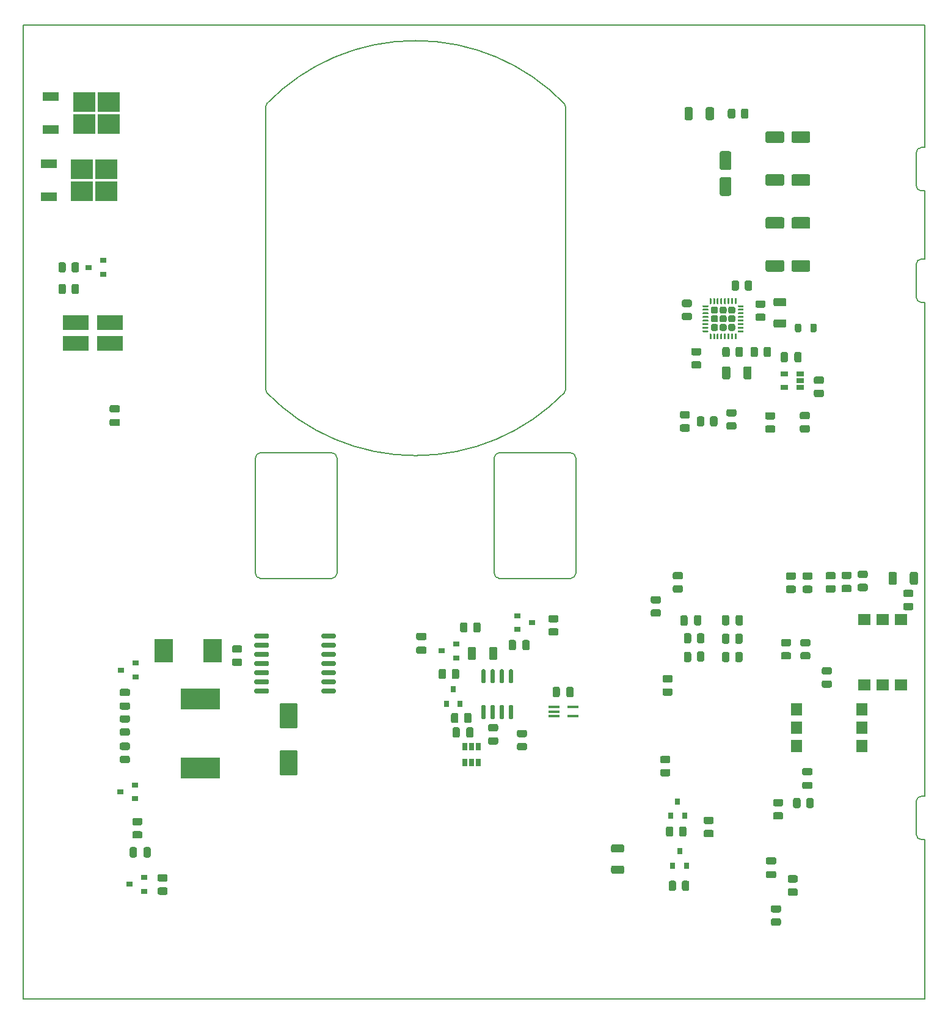
<source format=gbr>
%TF.GenerationSoftware,KiCad,Pcbnew,5.1.10-88a1d61d58~88~ubuntu20.04.1*%
%TF.CreationDate,2021-06-19T20:11:57-07:00*%
%TF.ProjectId,ultrablinky,756c7472-6162-46c6-996e-6b792e6b6963,B*%
%TF.SameCoordinates,Original*%
%TF.FileFunction,Paste,Top*%
%TF.FilePolarity,Positive*%
%FSLAX46Y46*%
G04 Gerber Fmt 4.6, Leading zero omitted, Abs format (unit mm)*
G04 Created by KiCad (PCBNEW 5.1.10-88a1d61d58~88~ubuntu20.04.1) date 2021-06-19 20:11:57*
%MOMM*%
%LPD*%
G01*
G04 APERTURE LIST*
%TA.AperFunction,Profile*%
%ADD10C,0.150000*%
%TD*%
%ADD11R,1.500000X0.400000*%
%ADD12R,1.780000X1.520000*%
%ADD13R,1.520000X1.780000*%
%ADD14R,0.900000X0.800000*%
%ADD15R,0.800000X0.900000*%
%ADD16R,5.500000X3.000000*%
%ADD17R,1.060000X0.650000*%
%ADD18R,0.650000X1.060000*%
%ADD19R,3.050000X2.750000*%
%ADD20R,2.200000X1.200000*%
%ADD21R,3.660000X2.085000*%
%ADD22R,2.500000X3.300000*%
G04 APERTURE END LIST*
D10*
X178700000Y-142000000D02*
X178700000Y-164100000D01*
X178200000Y-142000000D02*
G75*
G02*
X177500000Y-141300000I0J700000D01*
G01*
X177500000Y-136700000D02*
G75*
G02*
X178200000Y-136000000I700000J0D01*
G01*
X177500000Y-136700000D02*
X177500000Y-141300000D01*
X178200000Y-142000000D02*
X178700000Y-142000000D01*
X178200000Y-136000000D02*
X178700000Y-136000000D01*
X178700000Y-67550000D02*
X178700000Y-136000000D01*
X178700000Y-61550000D02*
X178700000Y-52100000D01*
X177500000Y-62250000D02*
G75*
G02*
X178200000Y-61550000I700000J0D01*
G01*
X178200000Y-61550000D02*
X178700000Y-61550000D01*
X178200000Y-67550000D02*
G75*
G02*
X177500000Y-66850000I0J700000D01*
G01*
X178200000Y-67550000D02*
X178700000Y-67550000D01*
X177500000Y-62250000D02*
X177500000Y-66850000D01*
X178200000Y-52100000D02*
X178700000Y-52100000D01*
X178200000Y-46100000D02*
X178700000Y-46100000D01*
X177500000Y-46800000D02*
X177500000Y-51400000D01*
X178200000Y-52100000D02*
G75*
G02*
X177500000Y-51400000I0J700000D01*
G01*
X177500000Y-46800000D02*
G75*
G02*
X178200000Y-46100000I700000J0D01*
G01*
X87505025Y-80109975D02*
G75*
G02*
X87300000Y-79615000I494975J494975D01*
G01*
X128694975Y-39985025D02*
G75*
G02*
X128900000Y-40480000I-494975J-494975D01*
G01*
X87510025Y-39982025D02*
G75*
G03*
X87305000Y-40477000I494975J-494975D01*
G01*
X128694975Y-80104975D02*
G75*
G03*
X128900000Y-79610000I-494975J494975D01*
G01*
X130300000Y-105100000D02*
G75*
G02*
X129600000Y-105800000I-700000J0D01*
G01*
X119700000Y-105800000D02*
G75*
G02*
X119000000Y-105100000I0J700000D01*
G01*
X129600000Y-88400000D02*
G75*
G02*
X130300000Y-89100000I0J-700000D01*
G01*
X119000000Y-89100000D02*
G75*
G02*
X119700000Y-88400000I700000J0D01*
G01*
X85900000Y-89100000D02*
G75*
G02*
X86600000Y-88400000I700000J0D01*
G01*
X96500000Y-88400000D02*
G75*
G02*
X97200000Y-89100000I0J-700000D01*
G01*
X97200000Y-105100000D02*
G75*
G02*
X96500000Y-105800000I-700000J0D01*
G01*
X86600000Y-105800000D02*
G75*
G02*
X85900000Y-105100000I0J700000D01*
G01*
X119000000Y-105100000D02*
X119000000Y-89100000D01*
X129600000Y-105800000D02*
X119700000Y-105800000D01*
X129600000Y-88400000D02*
X119700000Y-88400000D01*
X130300000Y-105100000D02*
X130300000Y-89100000D01*
X96500000Y-105800000D02*
X86600000Y-105800000D01*
X97200000Y-105100000D02*
X97200000Y-89100000D01*
X96500000Y-88400000D02*
X86600000Y-88400000D01*
X85900000Y-105100000D02*
X85900000Y-89100000D01*
X128697474Y-80107415D02*
G75*
G02*
X87505025Y-80109975I-20597474J20107415D01*
G01*
X87300000Y-79615000D02*
X87305000Y-40477000D01*
X128900000Y-79610000D02*
X128900000Y-40480000D01*
X87508953Y-39980983D02*
G75*
G02*
X128694975Y-39985025I20591047J-20019017D01*
G01*
X53700000Y-29100000D02*
X178700000Y-29100000D01*
X53700000Y-164100000D02*
X178700000Y-164100000D01*
X178700000Y-46100000D02*
X178700000Y-29100000D01*
X53700000Y-164100000D02*
X53700000Y-29100000D01*
%TO.C,C21*%
G36*
G01*
X118275000Y-116850001D02*
X118275000Y-115549999D01*
G75*
G02*
X118524999Y-115300000I249999J0D01*
G01*
X119175001Y-115300000D01*
G75*
G02*
X119425000Y-115549999I0J-249999D01*
G01*
X119425000Y-116850001D01*
G75*
G02*
X119175001Y-117100000I-249999J0D01*
G01*
X118524999Y-117100000D01*
G75*
G02*
X118275000Y-116850001I0J249999D01*
G01*
G37*
G36*
G01*
X115325000Y-116850001D02*
X115325000Y-115549999D01*
G75*
G02*
X115574999Y-115300000I249999J0D01*
G01*
X116225001Y-115300000D01*
G75*
G02*
X116475000Y-115549999I0J-249999D01*
G01*
X116475000Y-116850001D01*
G75*
G02*
X116225001Y-117100000I-249999J0D01*
G01*
X115574999Y-117100000D01*
G75*
G02*
X115325000Y-116850001I0J249999D01*
G01*
G37*
%TD*%
D11*
%TO.C,U7*%
X129930000Y-123600000D03*
X129930000Y-124900000D03*
X127270000Y-124900000D03*
X127270000Y-124250000D03*
X127270000Y-123600000D03*
%TD*%
%TO.C,C19*%
G36*
G01*
X108425000Y-115250000D02*
X109375000Y-115250000D01*
G75*
G02*
X109625000Y-115500000I0J-250000D01*
G01*
X109625000Y-116000000D01*
G75*
G02*
X109375000Y-116250000I-250000J0D01*
G01*
X108425000Y-116250000D01*
G75*
G02*
X108175000Y-116000000I0J250000D01*
G01*
X108175000Y-115500000D01*
G75*
G02*
X108425000Y-115250000I250000J0D01*
G01*
G37*
G36*
G01*
X108425000Y-113350000D02*
X109375000Y-113350000D01*
G75*
G02*
X109625000Y-113600000I0J-250000D01*
G01*
X109625000Y-114100000D01*
G75*
G02*
X109375000Y-114350000I-250000J0D01*
G01*
X108425000Y-114350000D01*
G75*
G02*
X108175000Y-114100000I0J250000D01*
G01*
X108175000Y-113600000D01*
G75*
G02*
X108425000Y-113350000I250000J0D01*
G01*
G37*
%TD*%
%TO.C,C23*%
G36*
G01*
X128100000Y-121075000D02*
X128100000Y-122025000D01*
G75*
G02*
X127850000Y-122275000I-250000J0D01*
G01*
X127350000Y-122275000D01*
G75*
G02*
X127100000Y-122025000I0J250000D01*
G01*
X127100000Y-121075000D01*
G75*
G02*
X127350000Y-120825000I250000J0D01*
G01*
X127850000Y-120825000D01*
G75*
G02*
X128100000Y-121075000I0J-250000D01*
G01*
G37*
G36*
G01*
X130000000Y-121075000D02*
X130000000Y-122025000D01*
G75*
G02*
X129750000Y-122275000I-250000J0D01*
G01*
X129250000Y-122275000D01*
G75*
G02*
X129000000Y-122025000I0J250000D01*
G01*
X129000000Y-121075000D01*
G75*
G02*
X129250000Y-120825000I250000J0D01*
G01*
X129750000Y-120825000D01*
G75*
G02*
X130000000Y-121075000I0J-250000D01*
G01*
G37*
%TD*%
%TO.C,C12*%
G36*
G01*
X160600000Y-75625000D02*
X160600000Y-74675000D01*
G75*
G02*
X160850000Y-74425000I250000J0D01*
G01*
X161350000Y-74425000D01*
G75*
G02*
X161600000Y-74675000I0J-250000D01*
G01*
X161600000Y-75625000D01*
G75*
G02*
X161350000Y-75875000I-250000J0D01*
G01*
X160850000Y-75875000D01*
G75*
G02*
X160600000Y-75625000I0J250000D01*
G01*
G37*
G36*
G01*
X158700000Y-75625000D02*
X158700000Y-74675000D01*
G75*
G02*
X158950000Y-74425000I250000J0D01*
G01*
X159450000Y-74425000D01*
G75*
G02*
X159700000Y-74675000I0J-250000D01*
G01*
X159700000Y-75625000D01*
G75*
G02*
X159450000Y-75875000I-250000J0D01*
G01*
X158950000Y-75875000D01*
G75*
G02*
X158700000Y-75625000I0J250000D01*
G01*
G37*
%TD*%
D12*
%TO.C,U4*%
X170335000Y-111515000D03*
X175415000Y-111515000D03*
X172875000Y-111515000D03*
X170335000Y-120535000D03*
X175415000Y-120535000D03*
X172875000Y-120535000D03*
%TD*%
D13*
%TO.C,U8*%
X160940000Y-129040000D03*
X160940000Y-123960000D03*
X160940000Y-126500000D03*
X169960000Y-129040000D03*
X169960000Y-123960000D03*
X169960000Y-126500000D03*
%TD*%
%TO.C,C20*%
G36*
G01*
X122000000Y-114575000D02*
X122000000Y-115525000D01*
G75*
G02*
X121750000Y-115775000I-250000J0D01*
G01*
X121250000Y-115775000D01*
G75*
G02*
X121000000Y-115525000I0J250000D01*
G01*
X121000000Y-114575000D01*
G75*
G02*
X121250000Y-114325000I250000J0D01*
G01*
X121750000Y-114325000D01*
G75*
G02*
X122000000Y-114575000I0J-250000D01*
G01*
G37*
G36*
G01*
X123900000Y-114575000D02*
X123900000Y-115525000D01*
G75*
G02*
X123650000Y-115775000I-250000J0D01*
G01*
X123150000Y-115775000D01*
G75*
G02*
X122900000Y-115525000I0J250000D01*
G01*
X122900000Y-114575000D01*
G75*
G02*
X123150000Y-114325000I250000J0D01*
G01*
X123650000Y-114325000D01*
G75*
G02*
X123900000Y-114575000I0J-250000D01*
G01*
G37*
%TD*%
%TO.C,R15*%
G36*
G01*
X167374998Y-106700000D02*
X168275002Y-106700000D01*
G75*
G02*
X168525000Y-106949998I0J-249998D01*
G01*
X168525000Y-107475002D01*
G75*
G02*
X168275002Y-107725000I-249998J0D01*
G01*
X167374998Y-107725000D01*
G75*
G02*
X167125000Y-107475002I0J249998D01*
G01*
X167125000Y-106949998D01*
G75*
G02*
X167374998Y-106700000I249998J0D01*
G01*
G37*
G36*
G01*
X167374998Y-104875000D02*
X168275002Y-104875000D01*
G75*
G02*
X168525000Y-105124998I0J-249998D01*
G01*
X168525000Y-105650002D01*
G75*
G02*
X168275002Y-105900000I-249998J0D01*
G01*
X167374998Y-105900000D01*
G75*
G02*
X167125000Y-105650002I0J249998D01*
G01*
X167125000Y-105124998D01*
G75*
G02*
X167374998Y-104875000I249998J0D01*
G01*
G37*
%TD*%
%TO.C,R30*%
G36*
G01*
X114037500Y-124699998D02*
X114037500Y-125600002D01*
G75*
G02*
X113787502Y-125850000I-249998J0D01*
G01*
X113262498Y-125850000D01*
G75*
G02*
X113012500Y-125600002I0J249998D01*
G01*
X113012500Y-124699998D01*
G75*
G02*
X113262498Y-124450000I249998J0D01*
G01*
X113787502Y-124450000D01*
G75*
G02*
X114037500Y-124699998I0J-249998D01*
G01*
G37*
G36*
G01*
X115862500Y-124699998D02*
X115862500Y-125600002D01*
G75*
G02*
X115612502Y-125850000I-249998J0D01*
G01*
X115087498Y-125850000D01*
G75*
G02*
X114837500Y-125600002I0J249998D01*
G01*
X114837500Y-124699998D01*
G75*
G02*
X115087498Y-124450000I249998J0D01*
G01*
X115612502Y-124450000D01*
G75*
G02*
X115862500Y-124699998I0J-249998D01*
G01*
G37*
%TD*%
%TO.C,R32*%
G36*
G01*
X119300002Y-127012500D02*
X118399998Y-127012500D01*
G75*
G02*
X118150000Y-126762502I0J249998D01*
G01*
X118150000Y-126237498D01*
G75*
G02*
X118399998Y-125987500I249998J0D01*
G01*
X119300002Y-125987500D01*
G75*
G02*
X119550000Y-126237498I0J-249998D01*
G01*
X119550000Y-126762502D01*
G75*
G02*
X119300002Y-127012500I-249998J0D01*
G01*
G37*
G36*
G01*
X119300002Y-128837500D02*
X118399998Y-128837500D01*
G75*
G02*
X118150000Y-128587502I0J249998D01*
G01*
X118150000Y-128062498D01*
G75*
G02*
X118399998Y-127812500I249998J0D01*
G01*
X119300002Y-127812500D01*
G75*
G02*
X119550000Y-128062498I0J-249998D01*
G01*
X119550000Y-128587502D01*
G75*
G02*
X119300002Y-128837500I-249998J0D01*
G01*
G37*
%TD*%
%TO.C,R27*%
G36*
G01*
X112312500Y-118599998D02*
X112312500Y-119500002D01*
G75*
G02*
X112062502Y-119750000I-249998J0D01*
G01*
X111537498Y-119750000D01*
G75*
G02*
X111287500Y-119500002I0J249998D01*
G01*
X111287500Y-118599998D01*
G75*
G02*
X111537498Y-118350000I249998J0D01*
G01*
X112062502Y-118350000D01*
G75*
G02*
X112312500Y-118599998I0J-249998D01*
G01*
G37*
G36*
G01*
X114137500Y-118599998D02*
X114137500Y-119500002D01*
G75*
G02*
X113887502Y-119750000I-249998J0D01*
G01*
X113362498Y-119750000D01*
G75*
G02*
X113112500Y-119500002I0J249998D01*
G01*
X113112500Y-118599998D01*
G75*
G02*
X113362498Y-118350000I249998J0D01*
G01*
X113887502Y-118350000D01*
G75*
G02*
X114137500Y-118599998I0J-249998D01*
G01*
G37*
%TD*%
%TO.C,R14*%
G36*
G01*
X166075002Y-105950000D02*
X165174998Y-105950000D01*
G75*
G02*
X164925000Y-105700002I0J249998D01*
G01*
X164925000Y-105174998D01*
G75*
G02*
X165174998Y-104925000I249998J0D01*
G01*
X166075002Y-104925000D01*
G75*
G02*
X166325000Y-105174998I0J-249998D01*
G01*
X166325000Y-105700002D01*
G75*
G02*
X166075002Y-105950000I-249998J0D01*
G01*
G37*
G36*
G01*
X166075002Y-107775000D02*
X165174998Y-107775000D01*
G75*
G02*
X164925000Y-107525002I0J249998D01*
G01*
X164925000Y-106999998D01*
G75*
G02*
X165174998Y-106750000I249998J0D01*
G01*
X166075002Y-106750000D01*
G75*
G02*
X166325000Y-106999998I0J-249998D01*
G01*
X166325000Y-107525002D01*
G75*
G02*
X166075002Y-107775000I-249998J0D01*
G01*
G37*
%TD*%
D14*
%TO.C,Q3*%
X111750000Y-115850000D03*
X113750000Y-114900000D03*
X113750000Y-116800000D03*
%TD*%
D15*
%TO.C,D5*%
X113300000Y-121150000D03*
X114250000Y-123150000D03*
X112350000Y-123150000D03*
%TD*%
D14*
%TO.C,D2*%
X124200000Y-111950000D03*
X122200000Y-112900000D03*
X122200000Y-111000000D03*
%TD*%
%TO.C,C22*%
G36*
G01*
X82899998Y-116912500D02*
X83800002Y-116912500D01*
G75*
G02*
X84050000Y-117162498I0J-249998D01*
G01*
X84050000Y-117687502D01*
G75*
G02*
X83800002Y-117937500I-249998J0D01*
G01*
X82899998Y-117937500D01*
G75*
G02*
X82650000Y-117687502I0J249998D01*
G01*
X82650000Y-117162498D01*
G75*
G02*
X82899998Y-116912500I249998J0D01*
G01*
G37*
G36*
G01*
X82899998Y-115087500D02*
X83800002Y-115087500D01*
G75*
G02*
X84050000Y-115337498I0J-249998D01*
G01*
X84050000Y-115862502D01*
G75*
G02*
X83800002Y-116112500I-249998J0D01*
G01*
X82899998Y-116112500D01*
G75*
G02*
X82650000Y-115862502I0J249998D01*
G01*
X82650000Y-115337498D01*
G75*
G02*
X82899998Y-115087500I249998J0D01*
G01*
G37*
%TD*%
%TO.C,C6*%
G36*
G01*
X160200000Y-63050000D02*
X160200000Y-61950000D01*
G75*
G02*
X160450000Y-61700000I250000J0D01*
G01*
X162550000Y-61700000D01*
G75*
G02*
X162800000Y-61950000I0J-250000D01*
G01*
X162800000Y-63050000D01*
G75*
G02*
X162550000Y-63300000I-250000J0D01*
G01*
X160450000Y-63300000D01*
G75*
G02*
X160200000Y-63050000I0J250000D01*
G01*
G37*
G36*
G01*
X156600000Y-63050000D02*
X156600000Y-61950000D01*
G75*
G02*
X156850000Y-61700000I250000J0D01*
G01*
X158950000Y-61700000D01*
G75*
G02*
X159200000Y-61950000I0J-250000D01*
G01*
X159200000Y-63050000D01*
G75*
G02*
X158950000Y-63300000I-250000J0D01*
G01*
X156850000Y-63300000D01*
G75*
G02*
X156600000Y-63050000I0J250000D01*
G01*
G37*
%TD*%
%TO.C,C5*%
G36*
G01*
X160200000Y-57100000D02*
X160200000Y-56000000D01*
G75*
G02*
X160450000Y-55750000I250000J0D01*
G01*
X162550000Y-55750000D01*
G75*
G02*
X162800000Y-56000000I0J-250000D01*
G01*
X162800000Y-57100000D01*
G75*
G02*
X162550000Y-57350000I-250000J0D01*
G01*
X160450000Y-57350000D01*
G75*
G02*
X160200000Y-57100000I0J250000D01*
G01*
G37*
G36*
G01*
X156600000Y-57100000D02*
X156600000Y-56000000D01*
G75*
G02*
X156850000Y-55750000I250000J0D01*
G01*
X158950000Y-55750000D01*
G75*
G02*
X159200000Y-56000000I0J-250000D01*
G01*
X159200000Y-57100000D01*
G75*
G02*
X158950000Y-57350000I-250000J0D01*
G01*
X156850000Y-57350000D01*
G75*
G02*
X156600000Y-57100000I0J250000D01*
G01*
G37*
%TD*%
%TO.C,C3*%
G36*
G01*
X151600000Y-49200000D02*
X150500000Y-49200000D01*
G75*
G02*
X150250000Y-48950000I0J250000D01*
G01*
X150250000Y-46850000D01*
G75*
G02*
X150500000Y-46600000I250000J0D01*
G01*
X151600000Y-46600000D01*
G75*
G02*
X151850000Y-46850000I0J-250000D01*
G01*
X151850000Y-48950000D01*
G75*
G02*
X151600000Y-49200000I-250000J0D01*
G01*
G37*
G36*
G01*
X151600000Y-52800000D02*
X150500000Y-52800000D01*
G75*
G02*
X150250000Y-52550000I0J250000D01*
G01*
X150250000Y-50450000D01*
G75*
G02*
X150500000Y-50200000I250000J0D01*
G01*
X151600000Y-50200000D01*
G75*
G02*
X151850000Y-50450000I0J-250000D01*
G01*
X151850000Y-52550000D01*
G75*
G02*
X151600000Y-52800000I-250000J0D01*
G01*
G37*
%TD*%
%TO.C,C4*%
G36*
G01*
X160200000Y-51150000D02*
X160200000Y-50050000D01*
G75*
G02*
X160450000Y-49800000I250000J0D01*
G01*
X162550000Y-49800000D01*
G75*
G02*
X162800000Y-50050000I0J-250000D01*
G01*
X162800000Y-51150000D01*
G75*
G02*
X162550000Y-51400000I-250000J0D01*
G01*
X160450000Y-51400000D01*
G75*
G02*
X160200000Y-51150000I0J250000D01*
G01*
G37*
G36*
G01*
X156600000Y-51150000D02*
X156600000Y-50050000D01*
G75*
G02*
X156850000Y-49800000I250000J0D01*
G01*
X158950000Y-49800000D01*
G75*
G02*
X159200000Y-50050000I0J-250000D01*
G01*
X159200000Y-51150000D01*
G75*
G02*
X158950000Y-51400000I-250000J0D01*
G01*
X156850000Y-51400000D01*
G75*
G02*
X156600000Y-51150000I0J250000D01*
G01*
G37*
%TD*%
%TO.C,C2*%
G36*
G01*
X160200000Y-45200000D02*
X160200000Y-44100000D01*
G75*
G02*
X160450000Y-43850000I250000J0D01*
G01*
X162550000Y-43850000D01*
G75*
G02*
X162800000Y-44100000I0J-250000D01*
G01*
X162800000Y-45200000D01*
G75*
G02*
X162550000Y-45450000I-250000J0D01*
G01*
X160450000Y-45450000D01*
G75*
G02*
X160200000Y-45200000I0J250000D01*
G01*
G37*
G36*
G01*
X156600000Y-45200000D02*
X156600000Y-44100000D01*
G75*
G02*
X156850000Y-43850000I250000J0D01*
G01*
X158950000Y-43850000D01*
G75*
G02*
X159200000Y-44100000I0J-250000D01*
G01*
X159200000Y-45200000D01*
G75*
G02*
X158950000Y-45450000I-250000J0D01*
G01*
X156850000Y-45450000D01*
G75*
G02*
X156600000Y-45200000I0J250000D01*
G01*
G37*
%TD*%
%TO.C,C16*%
G36*
G01*
X174800000Y-105149999D02*
X174800000Y-106450001D01*
G75*
G02*
X174550001Y-106700000I-249999J0D01*
G01*
X173899999Y-106700000D01*
G75*
G02*
X173650000Y-106450001I0J249999D01*
G01*
X173650000Y-105149999D01*
G75*
G02*
X173899999Y-104900000I249999J0D01*
G01*
X174550001Y-104900000D01*
G75*
G02*
X174800000Y-105149999I0J-249999D01*
G01*
G37*
G36*
G01*
X177750000Y-105149999D02*
X177750000Y-106450001D01*
G75*
G02*
X177500001Y-106700000I-249999J0D01*
G01*
X176849999Y-106700000D01*
G75*
G02*
X176600000Y-106450001I0J249999D01*
G01*
X176600000Y-105149999D01*
G75*
G02*
X176849999Y-104900000I249999J0D01*
G01*
X177500001Y-104900000D01*
G75*
G02*
X177750000Y-105149999I0J-249999D01*
G01*
G37*
%TD*%
%TO.C,C29*%
G36*
G01*
X136750001Y-143800000D02*
X135449999Y-143800000D01*
G75*
G02*
X135200000Y-143550001I0J249999D01*
G01*
X135200000Y-142899999D01*
G75*
G02*
X135449999Y-142650000I249999J0D01*
G01*
X136750001Y-142650000D01*
G75*
G02*
X137000000Y-142899999I0J-249999D01*
G01*
X137000000Y-143550001D01*
G75*
G02*
X136750001Y-143800000I-249999J0D01*
G01*
G37*
G36*
G01*
X136750001Y-146750000D02*
X135449999Y-146750000D01*
G75*
G02*
X135200000Y-146500001I0J249999D01*
G01*
X135200000Y-145849999D01*
G75*
G02*
X135449999Y-145600000I249999J0D01*
G01*
X136750001Y-145600000D01*
G75*
G02*
X137000000Y-145849999I0J-249999D01*
G01*
X137000000Y-146500001D01*
G75*
G02*
X136750001Y-146750000I-249999J0D01*
G01*
G37*
%TD*%
D16*
%TO.C,L2*%
X78300000Y-132050000D03*
X78300000Y-122550000D03*
%TD*%
%TO.C,U5*%
G36*
G01*
X87775000Y-121260000D02*
X87775000Y-121560000D01*
G75*
G02*
X87625000Y-121710000I-150000J0D01*
G01*
X85875000Y-121710000D01*
G75*
G02*
X85725000Y-121560000I0J150000D01*
G01*
X85725000Y-121260000D01*
G75*
G02*
X85875000Y-121110000I150000J0D01*
G01*
X87625000Y-121110000D01*
G75*
G02*
X87775000Y-121260000I0J-150000D01*
G01*
G37*
G36*
G01*
X87775000Y-119990000D02*
X87775000Y-120290000D01*
G75*
G02*
X87625000Y-120440000I-150000J0D01*
G01*
X85875000Y-120440000D01*
G75*
G02*
X85725000Y-120290000I0J150000D01*
G01*
X85725000Y-119990000D01*
G75*
G02*
X85875000Y-119840000I150000J0D01*
G01*
X87625000Y-119840000D01*
G75*
G02*
X87775000Y-119990000I0J-150000D01*
G01*
G37*
G36*
G01*
X87775000Y-118720000D02*
X87775000Y-119020000D01*
G75*
G02*
X87625000Y-119170000I-150000J0D01*
G01*
X85875000Y-119170000D01*
G75*
G02*
X85725000Y-119020000I0J150000D01*
G01*
X85725000Y-118720000D01*
G75*
G02*
X85875000Y-118570000I150000J0D01*
G01*
X87625000Y-118570000D01*
G75*
G02*
X87775000Y-118720000I0J-150000D01*
G01*
G37*
G36*
G01*
X87775000Y-117450000D02*
X87775000Y-117750000D01*
G75*
G02*
X87625000Y-117900000I-150000J0D01*
G01*
X85875000Y-117900000D01*
G75*
G02*
X85725000Y-117750000I0J150000D01*
G01*
X85725000Y-117450000D01*
G75*
G02*
X85875000Y-117300000I150000J0D01*
G01*
X87625000Y-117300000D01*
G75*
G02*
X87775000Y-117450000I0J-150000D01*
G01*
G37*
G36*
G01*
X87775000Y-116180000D02*
X87775000Y-116480000D01*
G75*
G02*
X87625000Y-116630000I-150000J0D01*
G01*
X85875000Y-116630000D01*
G75*
G02*
X85725000Y-116480000I0J150000D01*
G01*
X85725000Y-116180000D01*
G75*
G02*
X85875000Y-116030000I150000J0D01*
G01*
X87625000Y-116030000D01*
G75*
G02*
X87775000Y-116180000I0J-150000D01*
G01*
G37*
G36*
G01*
X87775000Y-114910000D02*
X87775000Y-115210000D01*
G75*
G02*
X87625000Y-115360000I-150000J0D01*
G01*
X85875000Y-115360000D01*
G75*
G02*
X85725000Y-115210000I0J150000D01*
G01*
X85725000Y-114910000D01*
G75*
G02*
X85875000Y-114760000I150000J0D01*
G01*
X87625000Y-114760000D01*
G75*
G02*
X87775000Y-114910000I0J-150000D01*
G01*
G37*
G36*
G01*
X87775000Y-113640000D02*
X87775000Y-113940000D01*
G75*
G02*
X87625000Y-114090000I-150000J0D01*
G01*
X85875000Y-114090000D01*
G75*
G02*
X85725000Y-113940000I0J150000D01*
G01*
X85725000Y-113640000D01*
G75*
G02*
X85875000Y-113490000I150000J0D01*
G01*
X87625000Y-113490000D01*
G75*
G02*
X87775000Y-113640000I0J-150000D01*
G01*
G37*
G36*
G01*
X97075000Y-113640000D02*
X97075000Y-113940000D01*
G75*
G02*
X96925000Y-114090000I-150000J0D01*
G01*
X95175000Y-114090000D01*
G75*
G02*
X95025000Y-113940000I0J150000D01*
G01*
X95025000Y-113640000D01*
G75*
G02*
X95175000Y-113490000I150000J0D01*
G01*
X96925000Y-113490000D01*
G75*
G02*
X97075000Y-113640000I0J-150000D01*
G01*
G37*
G36*
G01*
X97075000Y-114910000D02*
X97075000Y-115210000D01*
G75*
G02*
X96925000Y-115360000I-150000J0D01*
G01*
X95175000Y-115360000D01*
G75*
G02*
X95025000Y-115210000I0J150000D01*
G01*
X95025000Y-114910000D01*
G75*
G02*
X95175000Y-114760000I150000J0D01*
G01*
X96925000Y-114760000D01*
G75*
G02*
X97075000Y-114910000I0J-150000D01*
G01*
G37*
G36*
G01*
X97075000Y-116180000D02*
X97075000Y-116480000D01*
G75*
G02*
X96925000Y-116630000I-150000J0D01*
G01*
X95175000Y-116630000D01*
G75*
G02*
X95025000Y-116480000I0J150000D01*
G01*
X95025000Y-116180000D01*
G75*
G02*
X95175000Y-116030000I150000J0D01*
G01*
X96925000Y-116030000D01*
G75*
G02*
X97075000Y-116180000I0J-150000D01*
G01*
G37*
G36*
G01*
X97075000Y-117450000D02*
X97075000Y-117750000D01*
G75*
G02*
X96925000Y-117900000I-150000J0D01*
G01*
X95175000Y-117900000D01*
G75*
G02*
X95025000Y-117750000I0J150000D01*
G01*
X95025000Y-117450000D01*
G75*
G02*
X95175000Y-117300000I150000J0D01*
G01*
X96925000Y-117300000D01*
G75*
G02*
X97075000Y-117450000I0J-150000D01*
G01*
G37*
G36*
G01*
X97075000Y-118720000D02*
X97075000Y-119020000D01*
G75*
G02*
X96925000Y-119170000I-150000J0D01*
G01*
X95175000Y-119170000D01*
G75*
G02*
X95025000Y-119020000I0J150000D01*
G01*
X95025000Y-118720000D01*
G75*
G02*
X95175000Y-118570000I150000J0D01*
G01*
X96925000Y-118570000D01*
G75*
G02*
X97075000Y-118720000I0J-150000D01*
G01*
G37*
G36*
G01*
X97075000Y-119990000D02*
X97075000Y-120290000D01*
G75*
G02*
X96925000Y-120440000I-150000J0D01*
G01*
X95175000Y-120440000D01*
G75*
G02*
X95025000Y-120290000I0J150000D01*
G01*
X95025000Y-119990000D01*
G75*
G02*
X95175000Y-119840000I150000J0D01*
G01*
X96925000Y-119840000D01*
G75*
G02*
X97075000Y-119990000I0J-150000D01*
G01*
G37*
G36*
G01*
X97075000Y-121260000D02*
X97075000Y-121560000D01*
G75*
G02*
X96925000Y-121710000I-150000J0D01*
G01*
X95175000Y-121710000D01*
G75*
G02*
X95025000Y-121560000I0J150000D01*
G01*
X95025000Y-121260000D01*
G75*
G02*
X95175000Y-121110000I150000J0D01*
G01*
X96925000Y-121110000D01*
G75*
G02*
X97075000Y-121260000I0J-150000D01*
G01*
G37*
%TD*%
%TO.C,U1*%
G36*
G01*
X150010000Y-68382500D02*
X150010000Y-68867500D01*
G75*
G02*
X149767500Y-69110000I-242500J0D01*
G01*
X149282500Y-69110000D01*
G75*
G02*
X149040000Y-68867500I0J242500D01*
G01*
X149040000Y-68382500D01*
G75*
G02*
X149282500Y-68140000I242500J0D01*
G01*
X149767500Y-68140000D01*
G75*
G02*
X150010000Y-68382500I0J-242500D01*
G01*
G37*
G36*
G01*
X150010000Y-69582500D02*
X150010000Y-70067500D01*
G75*
G02*
X149767500Y-70310000I-242500J0D01*
G01*
X149282500Y-70310000D01*
G75*
G02*
X149040000Y-70067500I0J242500D01*
G01*
X149040000Y-69582500D01*
G75*
G02*
X149282500Y-69340000I242500J0D01*
G01*
X149767500Y-69340000D01*
G75*
G02*
X150010000Y-69582500I0J-242500D01*
G01*
G37*
G36*
G01*
X150010000Y-70782500D02*
X150010000Y-71267500D01*
G75*
G02*
X149767500Y-71510000I-242500J0D01*
G01*
X149282500Y-71510000D01*
G75*
G02*
X149040000Y-71267500I0J242500D01*
G01*
X149040000Y-70782500D01*
G75*
G02*
X149282500Y-70540000I242500J0D01*
G01*
X149767500Y-70540000D01*
G75*
G02*
X150010000Y-70782500I0J-242500D01*
G01*
G37*
G36*
G01*
X151210000Y-68382500D02*
X151210000Y-68867500D01*
G75*
G02*
X150967500Y-69110000I-242500J0D01*
G01*
X150482500Y-69110000D01*
G75*
G02*
X150240000Y-68867500I0J242500D01*
G01*
X150240000Y-68382500D01*
G75*
G02*
X150482500Y-68140000I242500J0D01*
G01*
X150967500Y-68140000D01*
G75*
G02*
X151210000Y-68382500I0J-242500D01*
G01*
G37*
G36*
G01*
X151210000Y-69582500D02*
X151210000Y-70067500D01*
G75*
G02*
X150967500Y-70310000I-242500J0D01*
G01*
X150482500Y-70310000D01*
G75*
G02*
X150240000Y-70067500I0J242500D01*
G01*
X150240000Y-69582500D01*
G75*
G02*
X150482500Y-69340000I242500J0D01*
G01*
X150967500Y-69340000D01*
G75*
G02*
X151210000Y-69582500I0J-242500D01*
G01*
G37*
G36*
G01*
X151210000Y-70782500D02*
X151210000Y-71267500D01*
G75*
G02*
X150967500Y-71510000I-242500J0D01*
G01*
X150482500Y-71510000D01*
G75*
G02*
X150240000Y-71267500I0J242500D01*
G01*
X150240000Y-70782500D01*
G75*
G02*
X150482500Y-70540000I242500J0D01*
G01*
X150967500Y-70540000D01*
G75*
G02*
X151210000Y-70782500I0J-242500D01*
G01*
G37*
G36*
G01*
X152410000Y-68382500D02*
X152410000Y-68867500D01*
G75*
G02*
X152167500Y-69110000I-242500J0D01*
G01*
X151682500Y-69110000D01*
G75*
G02*
X151440000Y-68867500I0J242500D01*
G01*
X151440000Y-68382500D01*
G75*
G02*
X151682500Y-68140000I242500J0D01*
G01*
X152167500Y-68140000D01*
G75*
G02*
X152410000Y-68382500I0J-242500D01*
G01*
G37*
G36*
G01*
X152410000Y-69582500D02*
X152410000Y-70067500D01*
G75*
G02*
X152167500Y-70310000I-242500J0D01*
G01*
X151682500Y-70310000D01*
G75*
G02*
X151440000Y-70067500I0J242500D01*
G01*
X151440000Y-69582500D01*
G75*
G02*
X151682500Y-69340000I242500J0D01*
G01*
X152167500Y-69340000D01*
G75*
G02*
X152410000Y-69582500I0J-242500D01*
G01*
G37*
G36*
G01*
X152410000Y-70782500D02*
X152410000Y-71267500D01*
G75*
G02*
X152167500Y-71510000I-242500J0D01*
G01*
X151682500Y-71510000D01*
G75*
G02*
X151440000Y-71267500I0J242500D01*
G01*
X151440000Y-70782500D01*
G75*
G02*
X151682500Y-70540000I242500J0D01*
G01*
X152167500Y-70540000D01*
G75*
G02*
X152410000Y-70782500I0J-242500D01*
G01*
G37*
G36*
G01*
X152600000Y-71937500D02*
X152600000Y-72612500D01*
G75*
G02*
X152537500Y-72675000I-62500J0D01*
G01*
X152412500Y-72675000D01*
G75*
G02*
X152350000Y-72612500I0J62500D01*
G01*
X152350000Y-71937500D01*
G75*
G02*
X152412500Y-71875000I62500J0D01*
G01*
X152537500Y-71875000D01*
G75*
G02*
X152600000Y-71937500I0J-62500D01*
G01*
G37*
G36*
G01*
X152100000Y-71937500D02*
X152100000Y-72612500D01*
G75*
G02*
X152037500Y-72675000I-62500J0D01*
G01*
X151912500Y-72675000D01*
G75*
G02*
X151850000Y-72612500I0J62500D01*
G01*
X151850000Y-71937500D01*
G75*
G02*
X151912500Y-71875000I62500J0D01*
G01*
X152037500Y-71875000D01*
G75*
G02*
X152100000Y-71937500I0J-62500D01*
G01*
G37*
G36*
G01*
X151600000Y-71937500D02*
X151600000Y-72612500D01*
G75*
G02*
X151537500Y-72675000I-62500J0D01*
G01*
X151412500Y-72675000D01*
G75*
G02*
X151350000Y-72612500I0J62500D01*
G01*
X151350000Y-71937500D01*
G75*
G02*
X151412500Y-71875000I62500J0D01*
G01*
X151537500Y-71875000D01*
G75*
G02*
X151600000Y-71937500I0J-62500D01*
G01*
G37*
G36*
G01*
X151100000Y-71937500D02*
X151100000Y-72612500D01*
G75*
G02*
X151037500Y-72675000I-62500J0D01*
G01*
X150912500Y-72675000D01*
G75*
G02*
X150850000Y-72612500I0J62500D01*
G01*
X150850000Y-71937500D01*
G75*
G02*
X150912500Y-71875000I62500J0D01*
G01*
X151037500Y-71875000D01*
G75*
G02*
X151100000Y-71937500I0J-62500D01*
G01*
G37*
G36*
G01*
X150600000Y-71937500D02*
X150600000Y-72612500D01*
G75*
G02*
X150537500Y-72675000I-62500J0D01*
G01*
X150412500Y-72675000D01*
G75*
G02*
X150350000Y-72612500I0J62500D01*
G01*
X150350000Y-71937500D01*
G75*
G02*
X150412500Y-71875000I62500J0D01*
G01*
X150537500Y-71875000D01*
G75*
G02*
X150600000Y-71937500I0J-62500D01*
G01*
G37*
G36*
G01*
X150100000Y-71937500D02*
X150100000Y-72612500D01*
G75*
G02*
X150037500Y-72675000I-62500J0D01*
G01*
X149912500Y-72675000D01*
G75*
G02*
X149850000Y-72612500I0J62500D01*
G01*
X149850000Y-71937500D01*
G75*
G02*
X149912500Y-71875000I62500J0D01*
G01*
X150037500Y-71875000D01*
G75*
G02*
X150100000Y-71937500I0J-62500D01*
G01*
G37*
G36*
G01*
X149600000Y-71937500D02*
X149600000Y-72612500D01*
G75*
G02*
X149537500Y-72675000I-62500J0D01*
G01*
X149412500Y-72675000D01*
G75*
G02*
X149350000Y-72612500I0J62500D01*
G01*
X149350000Y-71937500D01*
G75*
G02*
X149412500Y-71875000I62500J0D01*
G01*
X149537500Y-71875000D01*
G75*
G02*
X149600000Y-71937500I0J-62500D01*
G01*
G37*
G36*
G01*
X149100000Y-71937500D02*
X149100000Y-72612500D01*
G75*
G02*
X149037500Y-72675000I-62500J0D01*
G01*
X148912500Y-72675000D01*
G75*
G02*
X148850000Y-72612500I0J62500D01*
G01*
X148850000Y-71937500D01*
G75*
G02*
X148912500Y-71875000I62500J0D01*
G01*
X149037500Y-71875000D01*
G75*
G02*
X149100000Y-71937500I0J-62500D01*
G01*
G37*
G36*
G01*
X148675000Y-71512500D02*
X148675000Y-71637500D01*
G75*
G02*
X148612500Y-71700000I-62500J0D01*
G01*
X147937500Y-71700000D01*
G75*
G02*
X147875000Y-71637500I0J62500D01*
G01*
X147875000Y-71512500D01*
G75*
G02*
X147937500Y-71450000I62500J0D01*
G01*
X148612500Y-71450000D01*
G75*
G02*
X148675000Y-71512500I0J-62500D01*
G01*
G37*
G36*
G01*
X148675000Y-71012500D02*
X148675000Y-71137500D01*
G75*
G02*
X148612500Y-71200000I-62500J0D01*
G01*
X147937500Y-71200000D01*
G75*
G02*
X147875000Y-71137500I0J62500D01*
G01*
X147875000Y-71012500D01*
G75*
G02*
X147937500Y-70950000I62500J0D01*
G01*
X148612500Y-70950000D01*
G75*
G02*
X148675000Y-71012500I0J-62500D01*
G01*
G37*
G36*
G01*
X148675000Y-70512500D02*
X148675000Y-70637500D01*
G75*
G02*
X148612500Y-70700000I-62500J0D01*
G01*
X147937500Y-70700000D01*
G75*
G02*
X147875000Y-70637500I0J62500D01*
G01*
X147875000Y-70512500D01*
G75*
G02*
X147937500Y-70450000I62500J0D01*
G01*
X148612500Y-70450000D01*
G75*
G02*
X148675000Y-70512500I0J-62500D01*
G01*
G37*
G36*
G01*
X148675000Y-70012500D02*
X148675000Y-70137500D01*
G75*
G02*
X148612500Y-70200000I-62500J0D01*
G01*
X147937500Y-70200000D01*
G75*
G02*
X147875000Y-70137500I0J62500D01*
G01*
X147875000Y-70012500D01*
G75*
G02*
X147937500Y-69950000I62500J0D01*
G01*
X148612500Y-69950000D01*
G75*
G02*
X148675000Y-70012500I0J-62500D01*
G01*
G37*
G36*
G01*
X148675000Y-69512500D02*
X148675000Y-69637500D01*
G75*
G02*
X148612500Y-69700000I-62500J0D01*
G01*
X147937500Y-69700000D01*
G75*
G02*
X147875000Y-69637500I0J62500D01*
G01*
X147875000Y-69512500D01*
G75*
G02*
X147937500Y-69450000I62500J0D01*
G01*
X148612500Y-69450000D01*
G75*
G02*
X148675000Y-69512500I0J-62500D01*
G01*
G37*
G36*
G01*
X148675000Y-69012500D02*
X148675000Y-69137500D01*
G75*
G02*
X148612500Y-69200000I-62500J0D01*
G01*
X147937500Y-69200000D01*
G75*
G02*
X147875000Y-69137500I0J62500D01*
G01*
X147875000Y-69012500D01*
G75*
G02*
X147937500Y-68950000I62500J0D01*
G01*
X148612500Y-68950000D01*
G75*
G02*
X148675000Y-69012500I0J-62500D01*
G01*
G37*
G36*
G01*
X148675000Y-68512500D02*
X148675000Y-68637500D01*
G75*
G02*
X148612500Y-68700000I-62500J0D01*
G01*
X147937500Y-68700000D01*
G75*
G02*
X147875000Y-68637500I0J62500D01*
G01*
X147875000Y-68512500D01*
G75*
G02*
X147937500Y-68450000I62500J0D01*
G01*
X148612500Y-68450000D01*
G75*
G02*
X148675000Y-68512500I0J-62500D01*
G01*
G37*
G36*
G01*
X148675000Y-68012500D02*
X148675000Y-68137500D01*
G75*
G02*
X148612500Y-68200000I-62500J0D01*
G01*
X147937500Y-68200000D01*
G75*
G02*
X147875000Y-68137500I0J62500D01*
G01*
X147875000Y-68012500D01*
G75*
G02*
X147937500Y-67950000I62500J0D01*
G01*
X148612500Y-67950000D01*
G75*
G02*
X148675000Y-68012500I0J-62500D01*
G01*
G37*
G36*
G01*
X149100000Y-67037500D02*
X149100000Y-67712500D01*
G75*
G02*
X149037500Y-67775000I-62500J0D01*
G01*
X148912500Y-67775000D01*
G75*
G02*
X148850000Y-67712500I0J62500D01*
G01*
X148850000Y-67037500D01*
G75*
G02*
X148912500Y-66975000I62500J0D01*
G01*
X149037500Y-66975000D01*
G75*
G02*
X149100000Y-67037500I0J-62500D01*
G01*
G37*
G36*
G01*
X149600000Y-67037500D02*
X149600000Y-67712500D01*
G75*
G02*
X149537500Y-67775000I-62500J0D01*
G01*
X149412500Y-67775000D01*
G75*
G02*
X149350000Y-67712500I0J62500D01*
G01*
X149350000Y-67037500D01*
G75*
G02*
X149412500Y-66975000I62500J0D01*
G01*
X149537500Y-66975000D01*
G75*
G02*
X149600000Y-67037500I0J-62500D01*
G01*
G37*
G36*
G01*
X150100000Y-67037500D02*
X150100000Y-67712500D01*
G75*
G02*
X150037500Y-67775000I-62500J0D01*
G01*
X149912500Y-67775000D01*
G75*
G02*
X149850000Y-67712500I0J62500D01*
G01*
X149850000Y-67037500D01*
G75*
G02*
X149912500Y-66975000I62500J0D01*
G01*
X150037500Y-66975000D01*
G75*
G02*
X150100000Y-67037500I0J-62500D01*
G01*
G37*
G36*
G01*
X150600000Y-67037500D02*
X150600000Y-67712500D01*
G75*
G02*
X150537500Y-67775000I-62500J0D01*
G01*
X150412500Y-67775000D01*
G75*
G02*
X150350000Y-67712500I0J62500D01*
G01*
X150350000Y-67037500D01*
G75*
G02*
X150412500Y-66975000I62500J0D01*
G01*
X150537500Y-66975000D01*
G75*
G02*
X150600000Y-67037500I0J-62500D01*
G01*
G37*
G36*
G01*
X151100000Y-67037500D02*
X151100000Y-67712500D01*
G75*
G02*
X151037500Y-67775000I-62500J0D01*
G01*
X150912500Y-67775000D01*
G75*
G02*
X150850000Y-67712500I0J62500D01*
G01*
X150850000Y-67037500D01*
G75*
G02*
X150912500Y-66975000I62500J0D01*
G01*
X151037500Y-66975000D01*
G75*
G02*
X151100000Y-67037500I0J-62500D01*
G01*
G37*
G36*
G01*
X151600000Y-67037500D02*
X151600000Y-67712500D01*
G75*
G02*
X151537500Y-67775000I-62500J0D01*
G01*
X151412500Y-67775000D01*
G75*
G02*
X151350000Y-67712500I0J62500D01*
G01*
X151350000Y-67037500D01*
G75*
G02*
X151412500Y-66975000I62500J0D01*
G01*
X151537500Y-66975000D01*
G75*
G02*
X151600000Y-67037500I0J-62500D01*
G01*
G37*
G36*
G01*
X152100000Y-67037500D02*
X152100000Y-67712500D01*
G75*
G02*
X152037500Y-67775000I-62500J0D01*
G01*
X151912500Y-67775000D01*
G75*
G02*
X151850000Y-67712500I0J62500D01*
G01*
X151850000Y-67037500D01*
G75*
G02*
X151912500Y-66975000I62500J0D01*
G01*
X152037500Y-66975000D01*
G75*
G02*
X152100000Y-67037500I0J-62500D01*
G01*
G37*
G36*
G01*
X152600000Y-67037500D02*
X152600000Y-67712500D01*
G75*
G02*
X152537500Y-67775000I-62500J0D01*
G01*
X152412500Y-67775000D01*
G75*
G02*
X152350000Y-67712500I0J62500D01*
G01*
X152350000Y-67037500D01*
G75*
G02*
X152412500Y-66975000I62500J0D01*
G01*
X152537500Y-66975000D01*
G75*
G02*
X152600000Y-67037500I0J-62500D01*
G01*
G37*
G36*
G01*
X153575000Y-68012500D02*
X153575000Y-68137500D01*
G75*
G02*
X153512500Y-68200000I-62500J0D01*
G01*
X152837500Y-68200000D01*
G75*
G02*
X152775000Y-68137500I0J62500D01*
G01*
X152775000Y-68012500D01*
G75*
G02*
X152837500Y-67950000I62500J0D01*
G01*
X153512500Y-67950000D01*
G75*
G02*
X153575000Y-68012500I0J-62500D01*
G01*
G37*
G36*
G01*
X153575000Y-68512500D02*
X153575000Y-68637500D01*
G75*
G02*
X153512500Y-68700000I-62500J0D01*
G01*
X152837500Y-68700000D01*
G75*
G02*
X152775000Y-68637500I0J62500D01*
G01*
X152775000Y-68512500D01*
G75*
G02*
X152837500Y-68450000I62500J0D01*
G01*
X153512500Y-68450000D01*
G75*
G02*
X153575000Y-68512500I0J-62500D01*
G01*
G37*
G36*
G01*
X153575000Y-69012500D02*
X153575000Y-69137500D01*
G75*
G02*
X153512500Y-69200000I-62500J0D01*
G01*
X152837500Y-69200000D01*
G75*
G02*
X152775000Y-69137500I0J62500D01*
G01*
X152775000Y-69012500D01*
G75*
G02*
X152837500Y-68950000I62500J0D01*
G01*
X153512500Y-68950000D01*
G75*
G02*
X153575000Y-69012500I0J-62500D01*
G01*
G37*
G36*
G01*
X153575000Y-69512500D02*
X153575000Y-69637500D01*
G75*
G02*
X153512500Y-69700000I-62500J0D01*
G01*
X152837500Y-69700000D01*
G75*
G02*
X152775000Y-69637500I0J62500D01*
G01*
X152775000Y-69512500D01*
G75*
G02*
X152837500Y-69450000I62500J0D01*
G01*
X153512500Y-69450000D01*
G75*
G02*
X153575000Y-69512500I0J-62500D01*
G01*
G37*
G36*
G01*
X153575000Y-70012500D02*
X153575000Y-70137500D01*
G75*
G02*
X153512500Y-70200000I-62500J0D01*
G01*
X152837500Y-70200000D01*
G75*
G02*
X152775000Y-70137500I0J62500D01*
G01*
X152775000Y-70012500D01*
G75*
G02*
X152837500Y-69950000I62500J0D01*
G01*
X153512500Y-69950000D01*
G75*
G02*
X153575000Y-70012500I0J-62500D01*
G01*
G37*
G36*
G01*
X153575000Y-70512500D02*
X153575000Y-70637500D01*
G75*
G02*
X153512500Y-70700000I-62500J0D01*
G01*
X152837500Y-70700000D01*
G75*
G02*
X152775000Y-70637500I0J62500D01*
G01*
X152775000Y-70512500D01*
G75*
G02*
X152837500Y-70450000I62500J0D01*
G01*
X153512500Y-70450000D01*
G75*
G02*
X153575000Y-70512500I0J-62500D01*
G01*
G37*
G36*
G01*
X153575000Y-71012500D02*
X153575000Y-71137500D01*
G75*
G02*
X153512500Y-71200000I-62500J0D01*
G01*
X152837500Y-71200000D01*
G75*
G02*
X152775000Y-71137500I0J62500D01*
G01*
X152775000Y-71012500D01*
G75*
G02*
X152837500Y-70950000I62500J0D01*
G01*
X153512500Y-70950000D01*
G75*
G02*
X153575000Y-71012500I0J-62500D01*
G01*
G37*
G36*
G01*
X153575000Y-71512500D02*
X153575000Y-71637500D01*
G75*
G02*
X153512500Y-71700000I-62500J0D01*
G01*
X152837500Y-71700000D01*
G75*
G02*
X152775000Y-71637500I0J62500D01*
G01*
X152775000Y-71512500D01*
G75*
G02*
X152837500Y-71450000I62500J0D01*
G01*
X153512500Y-71450000D01*
G75*
G02*
X153575000Y-71512500I0J-62500D01*
G01*
G37*
%TD*%
D17*
%TO.C,U2*%
X159200000Y-79350000D03*
X159200000Y-77450000D03*
X161400000Y-77450000D03*
X161400000Y-78400000D03*
X161400000Y-79350000D03*
%TD*%
%TO.C,U6*%
G36*
G01*
X117670000Y-120350000D02*
X117370000Y-120350000D01*
G75*
G02*
X117220000Y-120200000I0J150000D01*
G01*
X117220000Y-118550000D01*
G75*
G02*
X117370000Y-118400000I150000J0D01*
G01*
X117670000Y-118400000D01*
G75*
G02*
X117820000Y-118550000I0J-150000D01*
G01*
X117820000Y-120200000D01*
G75*
G02*
X117670000Y-120350000I-150000J0D01*
G01*
G37*
G36*
G01*
X118940000Y-120350000D02*
X118640000Y-120350000D01*
G75*
G02*
X118490000Y-120200000I0J150000D01*
G01*
X118490000Y-118550000D01*
G75*
G02*
X118640000Y-118400000I150000J0D01*
G01*
X118940000Y-118400000D01*
G75*
G02*
X119090000Y-118550000I0J-150000D01*
G01*
X119090000Y-120200000D01*
G75*
G02*
X118940000Y-120350000I-150000J0D01*
G01*
G37*
G36*
G01*
X120210000Y-120350000D02*
X119910000Y-120350000D01*
G75*
G02*
X119760000Y-120200000I0J150000D01*
G01*
X119760000Y-118550000D01*
G75*
G02*
X119910000Y-118400000I150000J0D01*
G01*
X120210000Y-118400000D01*
G75*
G02*
X120360000Y-118550000I0J-150000D01*
G01*
X120360000Y-120200000D01*
G75*
G02*
X120210000Y-120350000I-150000J0D01*
G01*
G37*
G36*
G01*
X121480000Y-120350000D02*
X121180000Y-120350000D01*
G75*
G02*
X121030000Y-120200000I0J150000D01*
G01*
X121030000Y-118550000D01*
G75*
G02*
X121180000Y-118400000I150000J0D01*
G01*
X121480000Y-118400000D01*
G75*
G02*
X121630000Y-118550000I0J-150000D01*
G01*
X121630000Y-120200000D01*
G75*
G02*
X121480000Y-120350000I-150000J0D01*
G01*
G37*
G36*
G01*
X121480000Y-125300000D02*
X121180000Y-125300000D01*
G75*
G02*
X121030000Y-125150000I0J150000D01*
G01*
X121030000Y-123500000D01*
G75*
G02*
X121180000Y-123350000I150000J0D01*
G01*
X121480000Y-123350000D01*
G75*
G02*
X121630000Y-123500000I0J-150000D01*
G01*
X121630000Y-125150000D01*
G75*
G02*
X121480000Y-125300000I-150000J0D01*
G01*
G37*
G36*
G01*
X120210000Y-125300000D02*
X119910000Y-125300000D01*
G75*
G02*
X119760000Y-125150000I0J150000D01*
G01*
X119760000Y-123500000D01*
G75*
G02*
X119910000Y-123350000I150000J0D01*
G01*
X120210000Y-123350000D01*
G75*
G02*
X120360000Y-123500000I0J-150000D01*
G01*
X120360000Y-125150000D01*
G75*
G02*
X120210000Y-125300000I-150000J0D01*
G01*
G37*
G36*
G01*
X118940000Y-125300000D02*
X118640000Y-125300000D01*
G75*
G02*
X118490000Y-125150000I0J150000D01*
G01*
X118490000Y-123500000D01*
G75*
G02*
X118640000Y-123350000I150000J0D01*
G01*
X118940000Y-123350000D01*
G75*
G02*
X119090000Y-123500000I0J-150000D01*
G01*
X119090000Y-125150000D01*
G75*
G02*
X118940000Y-125300000I-150000J0D01*
G01*
G37*
G36*
G01*
X117670000Y-125300000D02*
X117370000Y-125300000D01*
G75*
G02*
X117220000Y-125150000I0J150000D01*
G01*
X117220000Y-123500000D01*
G75*
G02*
X117370000Y-123350000I150000J0D01*
G01*
X117670000Y-123350000D01*
G75*
G02*
X117820000Y-123500000I0J-150000D01*
G01*
X117820000Y-125150000D01*
G75*
G02*
X117670000Y-125300000I-150000J0D01*
G01*
G37*
%TD*%
D18*
%TO.C,U9*%
X115875000Y-131350000D03*
X116825000Y-131350000D03*
X114925000Y-131350000D03*
X114925000Y-129150000D03*
X115875000Y-129150000D03*
X116825000Y-129150000D03*
%TD*%
%TO.C,R34*%
G36*
G01*
X68250002Y-129587500D02*
X67349998Y-129587500D01*
G75*
G02*
X67100000Y-129337502I0J249998D01*
G01*
X67100000Y-128812498D01*
G75*
G02*
X67349998Y-128562500I249998J0D01*
G01*
X68250002Y-128562500D01*
G75*
G02*
X68500000Y-128812498I0J-249998D01*
G01*
X68500000Y-129337502D01*
G75*
G02*
X68250002Y-129587500I-249998J0D01*
G01*
G37*
G36*
G01*
X68250002Y-131412500D02*
X67349998Y-131412500D01*
G75*
G02*
X67100000Y-131162502I0J249998D01*
G01*
X67100000Y-130637498D01*
G75*
G02*
X67349998Y-130387500I249998J0D01*
G01*
X68250002Y-130387500D01*
G75*
G02*
X68500000Y-130637498I0J-249998D01*
G01*
X68500000Y-131162502D01*
G75*
G02*
X68250002Y-131412500I-249998J0D01*
G01*
G37*
%TD*%
%TO.C,R38*%
G36*
G01*
X69077998Y-140829500D02*
X69978002Y-140829500D01*
G75*
G02*
X70228000Y-141079498I0J-249998D01*
G01*
X70228000Y-141604502D01*
G75*
G02*
X69978002Y-141854500I-249998J0D01*
G01*
X69077998Y-141854500D01*
G75*
G02*
X68828000Y-141604502I0J249998D01*
G01*
X68828000Y-141079498D01*
G75*
G02*
X69077998Y-140829500I249998J0D01*
G01*
G37*
G36*
G01*
X69077998Y-139004500D02*
X69978002Y-139004500D01*
G75*
G02*
X70228000Y-139254498I0J-249998D01*
G01*
X70228000Y-139779502D01*
G75*
G02*
X69978002Y-140029500I-249998J0D01*
G01*
X69077998Y-140029500D01*
G75*
G02*
X68828000Y-139779502I0J249998D01*
G01*
X68828000Y-139254498D01*
G75*
G02*
X69077998Y-139004500I249998J0D01*
G01*
G37*
%TD*%
%TO.C,R31*%
G36*
G01*
X68250002Y-125787500D02*
X67349998Y-125787500D01*
G75*
G02*
X67100000Y-125537502I0J249998D01*
G01*
X67100000Y-125012498D01*
G75*
G02*
X67349998Y-124762500I249998J0D01*
G01*
X68250002Y-124762500D01*
G75*
G02*
X68500000Y-125012498I0J-249998D01*
G01*
X68500000Y-125537502D01*
G75*
G02*
X68250002Y-125787500I-249998J0D01*
G01*
G37*
G36*
G01*
X68250002Y-127612500D02*
X67349998Y-127612500D01*
G75*
G02*
X67100000Y-127362502I0J249998D01*
G01*
X67100000Y-126837498D01*
G75*
G02*
X67349998Y-126587500I249998J0D01*
G01*
X68250002Y-126587500D01*
G75*
G02*
X68500000Y-126837498I0J-249998D01*
G01*
X68500000Y-127362502D01*
G75*
G02*
X68250002Y-127612500I-249998J0D01*
G01*
G37*
%TD*%
%TO.C,R17*%
G36*
G01*
X175949998Y-109200000D02*
X176850002Y-109200000D01*
G75*
G02*
X177100000Y-109449998I0J-249998D01*
G01*
X177100000Y-109975002D01*
G75*
G02*
X176850002Y-110225000I-249998J0D01*
G01*
X175949998Y-110225000D01*
G75*
G02*
X175700000Y-109975002I0J249998D01*
G01*
X175700000Y-109449998D01*
G75*
G02*
X175949998Y-109200000I249998J0D01*
G01*
G37*
G36*
G01*
X175949998Y-107375000D02*
X176850002Y-107375000D01*
G75*
G02*
X177100000Y-107624998I0J-249998D01*
G01*
X177100000Y-108150002D01*
G75*
G02*
X176850002Y-108400000I-249998J0D01*
G01*
X175949998Y-108400000D01*
G75*
G02*
X175700000Y-108150002I0J249998D01*
G01*
X175700000Y-107624998D01*
G75*
G02*
X175949998Y-107375000I249998J0D01*
G01*
G37*
%TD*%
%TO.C,R28*%
G36*
G01*
X164649998Y-119937500D02*
X165550002Y-119937500D01*
G75*
G02*
X165800000Y-120187498I0J-249998D01*
G01*
X165800000Y-120712502D01*
G75*
G02*
X165550002Y-120962500I-249998J0D01*
G01*
X164649998Y-120962500D01*
G75*
G02*
X164400000Y-120712502I0J249998D01*
G01*
X164400000Y-120187498D01*
G75*
G02*
X164649998Y-119937500I249998J0D01*
G01*
G37*
G36*
G01*
X164649998Y-118112500D02*
X165550002Y-118112500D01*
G75*
G02*
X165800000Y-118362498I0J-249998D01*
G01*
X165800000Y-118887502D01*
G75*
G02*
X165550002Y-119137500I-249998J0D01*
G01*
X164649998Y-119137500D01*
G75*
G02*
X164400000Y-118887502I0J249998D01*
G01*
X164400000Y-118362498D01*
G75*
G02*
X164649998Y-118112500I249998J0D01*
G01*
G37*
%TD*%
%TO.C,R4*%
G36*
G01*
X155537500Y-73974998D02*
X155537500Y-74875002D01*
G75*
G02*
X155287502Y-75125000I-249998J0D01*
G01*
X154762498Y-75125000D01*
G75*
G02*
X154512500Y-74875002I0J249998D01*
G01*
X154512500Y-73974998D01*
G75*
G02*
X154762498Y-73725000I249998J0D01*
G01*
X155287502Y-73725000D01*
G75*
G02*
X155537500Y-73974998I0J-249998D01*
G01*
G37*
G36*
G01*
X157362500Y-73974998D02*
X157362500Y-74875002D01*
G75*
G02*
X157112502Y-75125000I-249998J0D01*
G01*
X156587498Y-75125000D01*
G75*
G02*
X156337500Y-74875002I0J249998D01*
G01*
X156337500Y-73974998D01*
G75*
G02*
X156587498Y-73725000I249998J0D01*
G01*
X157112502Y-73725000D01*
G75*
G02*
X157362500Y-73974998I0J-249998D01*
G01*
G37*
%TD*%
%TO.C,R5*%
G36*
G01*
X146549998Y-75700000D02*
X147450002Y-75700000D01*
G75*
G02*
X147700000Y-75949998I0J-249998D01*
G01*
X147700000Y-76475002D01*
G75*
G02*
X147450002Y-76725000I-249998J0D01*
G01*
X146549998Y-76725000D01*
G75*
G02*
X146300000Y-76475002I0J249998D01*
G01*
X146300000Y-75949998D01*
G75*
G02*
X146549998Y-75700000I249998J0D01*
G01*
G37*
G36*
G01*
X146549998Y-73875000D02*
X147450002Y-73875000D01*
G75*
G02*
X147700000Y-74124998I0J-249998D01*
G01*
X147700000Y-74650002D01*
G75*
G02*
X147450002Y-74900000I-249998J0D01*
G01*
X146549998Y-74900000D01*
G75*
G02*
X146300000Y-74650002I0J249998D01*
G01*
X146300000Y-74124998D01*
G75*
G02*
X146549998Y-73875000I249998J0D01*
G01*
G37*
%TD*%
%TO.C,R41*%
G36*
G01*
X72577998Y-148624500D02*
X73478002Y-148624500D01*
G75*
G02*
X73728000Y-148874498I0J-249998D01*
G01*
X73728000Y-149399502D01*
G75*
G02*
X73478002Y-149649500I-249998J0D01*
G01*
X72577998Y-149649500D01*
G75*
G02*
X72328000Y-149399502I0J249998D01*
G01*
X72328000Y-148874498D01*
G75*
G02*
X72577998Y-148624500I249998J0D01*
G01*
G37*
G36*
G01*
X72577998Y-146799500D02*
X73478002Y-146799500D01*
G75*
G02*
X73728000Y-147049498I0J-249998D01*
G01*
X73728000Y-147574502D01*
G75*
G02*
X73478002Y-147824500I-249998J0D01*
G01*
X72577998Y-147824500D01*
G75*
G02*
X72328000Y-147574502I0J249998D01*
G01*
X72328000Y-147049498D01*
G75*
G02*
X72577998Y-146799500I249998J0D01*
G01*
G37*
%TD*%
%TO.C,R1*%
G36*
G01*
X152400000Y-40949998D02*
X152400000Y-41850002D01*
G75*
G02*
X152150002Y-42100000I-249998J0D01*
G01*
X151624998Y-42100000D01*
G75*
G02*
X151375000Y-41850002I0J249998D01*
G01*
X151375000Y-40949998D01*
G75*
G02*
X151624998Y-40700000I249998J0D01*
G01*
X152150002Y-40700000D01*
G75*
G02*
X152400000Y-40949998I0J-249998D01*
G01*
G37*
G36*
G01*
X154225000Y-40949998D02*
X154225000Y-41850002D01*
G75*
G02*
X153975002Y-42100000I-249998J0D01*
G01*
X153449998Y-42100000D01*
G75*
G02*
X153200000Y-41850002I0J249998D01*
G01*
X153200000Y-40949998D01*
G75*
G02*
X153449998Y-40700000I249998J0D01*
G01*
X153975002Y-40700000D01*
G75*
G02*
X154225000Y-40949998I0J-249998D01*
G01*
G37*
%TD*%
%TO.C,R36*%
G36*
G01*
X162252500Y-137380002D02*
X162252500Y-136479998D01*
G75*
G02*
X162502498Y-136230000I249998J0D01*
G01*
X163027502Y-136230000D01*
G75*
G02*
X163277500Y-136479998I0J-249998D01*
G01*
X163277500Y-137380002D01*
G75*
G02*
X163027502Y-137630000I-249998J0D01*
G01*
X162502498Y-137630000D01*
G75*
G02*
X162252500Y-137380002I0J249998D01*
G01*
G37*
G36*
G01*
X160427500Y-137380002D02*
X160427500Y-136479998D01*
G75*
G02*
X160677498Y-136230000I249998J0D01*
G01*
X161202502Y-136230000D01*
G75*
G02*
X161452500Y-136479998I0J-249998D01*
G01*
X161452500Y-137380002D01*
G75*
G02*
X161202502Y-137630000I-249998J0D01*
G01*
X160677498Y-137630000D01*
G75*
G02*
X160427500Y-137380002I0J249998D01*
G01*
G37*
%TD*%
%TO.C,R37*%
G36*
G01*
X158800002Y-137402500D02*
X157899998Y-137402500D01*
G75*
G02*
X157650000Y-137152502I0J249998D01*
G01*
X157650000Y-136627498D01*
G75*
G02*
X157899998Y-136377500I249998J0D01*
G01*
X158800002Y-136377500D01*
G75*
G02*
X159050000Y-136627498I0J-249998D01*
G01*
X159050000Y-137152502D01*
G75*
G02*
X158800002Y-137402500I-249998J0D01*
G01*
G37*
G36*
G01*
X158800002Y-139227500D02*
X157899998Y-139227500D01*
G75*
G02*
X157650000Y-138977502I0J249998D01*
G01*
X157650000Y-138452498D01*
G75*
G02*
X157899998Y-138202500I249998J0D01*
G01*
X158800002Y-138202500D01*
G75*
G02*
X159050000Y-138452498I0J-249998D01*
G01*
X159050000Y-138977502D01*
G75*
G02*
X158800002Y-139227500I-249998J0D01*
G01*
G37*
%TD*%
%TO.C,R25*%
G36*
G01*
X147105000Y-117075002D02*
X147105000Y-116174998D01*
G75*
G02*
X147354998Y-115925000I249998J0D01*
G01*
X147880002Y-115925000D01*
G75*
G02*
X148130000Y-116174998I0J-249998D01*
G01*
X148130000Y-117075002D01*
G75*
G02*
X147880002Y-117325000I-249998J0D01*
G01*
X147354998Y-117325000D01*
G75*
G02*
X147105000Y-117075002I0J249998D01*
G01*
G37*
G36*
G01*
X145280000Y-117149900D02*
X145280000Y-116250100D01*
G75*
G02*
X145530100Y-116000000I250100J0D01*
G01*
X146054900Y-116000000D01*
G75*
G02*
X146305000Y-116250100I0J-250100D01*
G01*
X146305000Y-117149900D01*
G75*
G02*
X146054900Y-117400000I-250100J0D01*
G01*
X145530100Y-117400000D01*
G75*
G02*
X145280000Y-117149900I0J250100D01*
G01*
G37*
%TD*%
%TO.C,R44*%
G36*
G01*
X158500002Y-152112500D02*
X157599998Y-152112500D01*
G75*
G02*
X157350000Y-151862502I0J249998D01*
G01*
X157350000Y-151337498D01*
G75*
G02*
X157599998Y-151087500I249998J0D01*
G01*
X158500002Y-151087500D01*
G75*
G02*
X158750000Y-151337498I0J-249998D01*
G01*
X158750000Y-151862502D01*
G75*
G02*
X158500002Y-152112500I-249998J0D01*
G01*
G37*
G36*
G01*
X158500002Y-153937500D02*
X157599998Y-153937500D01*
G75*
G02*
X157350000Y-153687502I0J249998D01*
G01*
X157350000Y-153162498D01*
G75*
G02*
X157599998Y-152912500I249998J0D01*
G01*
X158500002Y-152912500D01*
G75*
G02*
X158750000Y-153162498I0J-249998D01*
G01*
X158750000Y-153687502D01*
G75*
G02*
X158500002Y-153937500I-249998J0D01*
G01*
G37*
%TD*%
%TO.C,R26*%
G36*
G01*
X151605000Y-116249998D02*
X151605000Y-117150002D01*
G75*
G02*
X151355002Y-117400000I-249998J0D01*
G01*
X150829998Y-117400000D01*
G75*
G02*
X150580000Y-117150002I0J249998D01*
G01*
X150580000Y-116249998D01*
G75*
G02*
X150829998Y-116000000I249998J0D01*
G01*
X151355002Y-116000000D01*
G75*
G02*
X151605000Y-116249998I0J-249998D01*
G01*
G37*
G36*
G01*
X153430000Y-116249998D02*
X153430000Y-117150002D01*
G75*
G02*
X153180002Y-117400000I-249998J0D01*
G01*
X152654998Y-117400000D01*
G75*
G02*
X152405000Y-117150002I0J249998D01*
G01*
X152405000Y-116249998D01*
G75*
G02*
X152654998Y-116000000I249998J0D01*
G01*
X153180002Y-116000000D01*
G75*
G02*
X153430000Y-116249998I0J-249998D01*
G01*
G37*
%TD*%
%TO.C,R18*%
G36*
G01*
X141850002Y-109287500D02*
X140949998Y-109287500D01*
G75*
G02*
X140700000Y-109037502I0J249998D01*
G01*
X140700000Y-108512498D01*
G75*
G02*
X140949998Y-108262500I249998J0D01*
G01*
X141850002Y-108262500D01*
G75*
G02*
X142100000Y-108512498I0J-249998D01*
G01*
X142100000Y-109037502D01*
G75*
G02*
X141850002Y-109287500I-249998J0D01*
G01*
G37*
G36*
G01*
X141850002Y-111112500D02*
X140949998Y-111112500D01*
G75*
G02*
X140700000Y-110862502I0J249998D01*
G01*
X140700000Y-110337498D01*
G75*
G02*
X140949998Y-110087500I249998J0D01*
G01*
X141850002Y-110087500D01*
G75*
G02*
X142100000Y-110337498I0J-249998D01*
G01*
X142100000Y-110862502D01*
G75*
G02*
X141850002Y-111112500I-249998J0D01*
G01*
G37*
%TD*%
%TO.C,R43*%
G36*
G01*
X160825002Y-147962500D02*
X159924998Y-147962500D01*
G75*
G02*
X159675000Y-147712502I0J249998D01*
G01*
X159675000Y-147187498D01*
G75*
G02*
X159924998Y-146937500I249998J0D01*
G01*
X160825002Y-146937500D01*
G75*
G02*
X161075000Y-147187498I0J-249998D01*
G01*
X161075000Y-147712502D01*
G75*
G02*
X160825002Y-147962500I-249998J0D01*
G01*
G37*
G36*
G01*
X160825002Y-149787500D02*
X159924998Y-149787500D01*
G75*
G02*
X159675000Y-149537502I0J249998D01*
G01*
X159675000Y-149012498D01*
G75*
G02*
X159924998Y-148762500I249998J0D01*
G01*
X160825002Y-148762500D01*
G75*
G02*
X161075000Y-149012498I0J-249998D01*
G01*
X161075000Y-149537502D01*
G75*
G02*
X160825002Y-149787500I-249998J0D01*
G01*
G37*
%TD*%
%TO.C,R21*%
G36*
G01*
X146305000Y-113652498D02*
X146305000Y-114552502D01*
G75*
G02*
X146055002Y-114802500I-249998J0D01*
G01*
X145529998Y-114802500D01*
G75*
G02*
X145280000Y-114552502I0J249998D01*
G01*
X145280000Y-113652498D01*
G75*
G02*
X145529998Y-113402500I249998J0D01*
G01*
X146055002Y-113402500D01*
G75*
G02*
X146305000Y-113652498I0J-249998D01*
G01*
G37*
G36*
G01*
X148130000Y-113652498D02*
X148130000Y-114552502D01*
G75*
G02*
X147880002Y-114802500I-249998J0D01*
G01*
X147354998Y-114802500D01*
G75*
G02*
X147105000Y-114552502I0J249998D01*
G01*
X147105000Y-113652498D01*
G75*
G02*
X147354998Y-113402500I249998J0D01*
G01*
X147880002Y-113402500D01*
G75*
G02*
X148130000Y-113652498I0J-249998D01*
G01*
G37*
%TD*%
%TO.C,R22*%
G36*
G01*
X152405000Y-114615002D02*
X152405000Y-113714998D01*
G75*
G02*
X152654998Y-113465000I249998J0D01*
G01*
X153180002Y-113465000D01*
G75*
G02*
X153430000Y-113714998I0J-249998D01*
G01*
X153430000Y-114615002D01*
G75*
G02*
X153180002Y-114865000I-249998J0D01*
G01*
X152654998Y-114865000D01*
G75*
G02*
X152405000Y-114615002I0J249998D01*
G01*
G37*
G36*
G01*
X150580000Y-114615002D02*
X150580000Y-113714998D01*
G75*
G02*
X150829998Y-113465000I249998J0D01*
G01*
X151355002Y-113465000D01*
G75*
G02*
X151605000Y-113714998I0J-249998D01*
G01*
X151605000Y-114615002D01*
G75*
G02*
X151355002Y-114865000I-249998J0D01*
G01*
X150829998Y-114865000D01*
G75*
G02*
X150580000Y-114615002I0J249998D01*
G01*
G37*
%TD*%
%TO.C,R29*%
G36*
G01*
X143480002Y-120232500D02*
X142579998Y-120232500D01*
G75*
G02*
X142330000Y-119982502I0J249998D01*
G01*
X142330000Y-119457498D01*
G75*
G02*
X142579998Y-119207500I249998J0D01*
G01*
X143480002Y-119207500D01*
G75*
G02*
X143730000Y-119457498I0J-249998D01*
G01*
X143730000Y-119982502D01*
G75*
G02*
X143480002Y-120232500I-249998J0D01*
G01*
G37*
G36*
G01*
X143480002Y-122057500D02*
X142579998Y-122057500D01*
G75*
G02*
X142330000Y-121807502I0J249998D01*
G01*
X142330000Y-121282498D01*
G75*
G02*
X142579998Y-121032500I249998J0D01*
G01*
X143480002Y-121032500D01*
G75*
G02*
X143730000Y-121282498I0J-249998D01*
G01*
X143730000Y-121807502D01*
G75*
G02*
X143480002Y-122057500I-249998J0D01*
G01*
G37*
%TD*%
%TO.C,R35*%
G36*
G01*
X142259998Y-132210000D02*
X143160002Y-132210000D01*
G75*
G02*
X143410000Y-132459998I0J-249998D01*
G01*
X143410000Y-132985002D01*
G75*
G02*
X143160002Y-133235000I-249998J0D01*
G01*
X142259998Y-133235000D01*
G75*
G02*
X142010000Y-132985002I0J249998D01*
G01*
X142010000Y-132459998D01*
G75*
G02*
X142259998Y-132210000I249998J0D01*
G01*
G37*
G36*
G01*
X142259998Y-130385000D02*
X143160002Y-130385000D01*
G75*
G02*
X143410000Y-130634998I0J-249998D01*
G01*
X143410000Y-131160002D01*
G75*
G02*
X143160002Y-131410000I-249998J0D01*
G01*
X142259998Y-131410000D01*
G75*
G02*
X142010000Y-131160002I0J249998D01*
G01*
X142010000Y-130634998D01*
G75*
G02*
X142259998Y-130385000I249998J0D01*
G01*
G37*
%TD*%
%TO.C,R40*%
G36*
G01*
X143822500Y-140429998D02*
X143822500Y-141330002D01*
G75*
G02*
X143572502Y-141580000I-249998J0D01*
G01*
X143047498Y-141580000D01*
G75*
G02*
X142797500Y-141330002I0J249998D01*
G01*
X142797500Y-140429998D01*
G75*
G02*
X143047498Y-140180000I249998J0D01*
G01*
X143572502Y-140180000D01*
G75*
G02*
X143822500Y-140429998I0J-249998D01*
G01*
G37*
G36*
G01*
X145647500Y-140429998D02*
X145647500Y-141330002D01*
G75*
G02*
X145397502Y-141580000I-249998J0D01*
G01*
X144872498Y-141580000D01*
G75*
G02*
X144622500Y-141330002I0J249998D01*
G01*
X144622500Y-140429998D01*
G75*
G02*
X144872498Y-140180000I249998J0D01*
G01*
X145397502Y-140180000D01*
G75*
G02*
X145647500Y-140429998I0J-249998D01*
G01*
G37*
%TD*%
%TO.C,R39*%
G36*
G01*
X148269998Y-140652500D02*
X149170002Y-140652500D01*
G75*
G02*
X149420000Y-140902498I0J-249998D01*
G01*
X149420000Y-141427502D01*
G75*
G02*
X149170002Y-141677500I-249998J0D01*
G01*
X148269998Y-141677500D01*
G75*
G02*
X148020000Y-141427502I0J249998D01*
G01*
X148020000Y-140902498D01*
G75*
G02*
X148269998Y-140652500I249998J0D01*
G01*
G37*
G36*
G01*
X148269998Y-138827500D02*
X149170002Y-138827500D01*
G75*
G02*
X149420000Y-139077498I0J-249998D01*
G01*
X149420000Y-139602502D01*
G75*
G02*
X149170002Y-139852500I-249998J0D01*
G01*
X148269998Y-139852500D01*
G75*
G02*
X148020000Y-139602502I0J249998D01*
G01*
X148020000Y-139077498D01*
G75*
G02*
X148269998Y-138827500I249998J0D01*
G01*
G37*
%TD*%
%TO.C,R42*%
G36*
G01*
X144212500Y-147949998D02*
X144212500Y-148850002D01*
G75*
G02*
X143962502Y-149100000I-249998J0D01*
G01*
X143437498Y-149100000D01*
G75*
G02*
X143187500Y-148850002I0J249998D01*
G01*
X143187500Y-147949998D01*
G75*
G02*
X143437498Y-147700000I249998J0D01*
G01*
X143962502Y-147700000D01*
G75*
G02*
X144212500Y-147949998I0J-249998D01*
G01*
G37*
G36*
G01*
X146037500Y-147949998D02*
X146037500Y-148850002D01*
G75*
G02*
X145787502Y-149100000I-249998J0D01*
G01*
X145262498Y-149100000D01*
G75*
G02*
X145012500Y-148850002I0J249998D01*
G01*
X145012500Y-147949998D01*
G75*
G02*
X145262498Y-147700000I249998J0D01*
G01*
X145787502Y-147700000D01*
G75*
G02*
X146037500Y-147949998I0J-249998D01*
G01*
G37*
%TD*%
%TO.C,R16*%
G36*
G01*
X170525002Y-105750000D02*
X169624998Y-105750000D01*
G75*
G02*
X169375000Y-105500002I0J249998D01*
G01*
X169375000Y-104974998D01*
G75*
G02*
X169624998Y-104725000I249998J0D01*
G01*
X170525002Y-104725000D01*
G75*
G02*
X170775000Y-104974998I0J-249998D01*
G01*
X170775000Y-105500002D01*
G75*
G02*
X170525002Y-105750000I-249998J0D01*
G01*
G37*
G36*
G01*
X170525002Y-107575000D02*
X169624998Y-107575000D01*
G75*
G02*
X169375000Y-107325002I0J249998D01*
G01*
X169375000Y-106799998D01*
G75*
G02*
X169624998Y-106550000I249998J0D01*
G01*
X170525002Y-106550000D01*
G75*
G02*
X170775000Y-106799998I0J-249998D01*
G01*
X170775000Y-107325002D01*
G75*
G02*
X170525002Y-107575000I-249998J0D01*
G01*
G37*
%TD*%
%TO.C,R20*%
G36*
G01*
X116100000Y-113050002D02*
X116100000Y-112149998D01*
G75*
G02*
X116349998Y-111900000I249998J0D01*
G01*
X116875002Y-111900000D01*
G75*
G02*
X117125000Y-112149998I0J-249998D01*
G01*
X117125000Y-113050002D01*
G75*
G02*
X116875002Y-113300000I-249998J0D01*
G01*
X116349998Y-113300000D01*
G75*
G02*
X116100000Y-113050002I0J249998D01*
G01*
G37*
G36*
G01*
X114275000Y-113050002D02*
X114275000Y-112149998D01*
G75*
G02*
X114524998Y-111900000I249998J0D01*
G01*
X115050002Y-111900000D01*
G75*
G02*
X115300000Y-112149998I0J-249998D01*
G01*
X115300000Y-113050002D01*
G75*
G02*
X115050002Y-113300000I-249998J0D01*
G01*
X114524998Y-113300000D01*
G75*
G02*
X114275000Y-113050002I0J249998D01*
G01*
G37*
%TD*%
%TO.C,R19*%
G36*
G01*
X126749998Y-112712500D02*
X127650002Y-112712500D01*
G75*
G02*
X127900000Y-112962498I0J-249998D01*
G01*
X127900000Y-113487502D01*
G75*
G02*
X127650002Y-113737500I-249998J0D01*
G01*
X126749998Y-113737500D01*
G75*
G02*
X126500000Y-113487502I0J249998D01*
G01*
X126500000Y-112962498D01*
G75*
G02*
X126749998Y-112712500I249998J0D01*
G01*
G37*
G36*
G01*
X126749998Y-110887500D02*
X127650002Y-110887500D01*
G75*
G02*
X127900000Y-111137498I0J-249998D01*
G01*
X127900000Y-111662502D01*
G75*
G02*
X127650002Y-111912500I-249998J0D01*
G01*
X126749998Y-111912500D01*
G75*
G02*
X126500000Y-111662502I0J249998D01*
G01*
X126500000Y-111137498D01*
G75*
G02*
X126749998Y-110887500I249998J0D01*
G01*
G37*
%TD*%
%TO.C,R3*%
G36*
G01*
X59612500Y-65249998D02*
X59612500Y-66150002D01*
G75*
G02*
X59362502Y-66400000I-249998J0D01*
G01*
X58837498Y-66400000D01*
G75*
G02*
X58587500Y-66150002I0J249998D01*
G01*
X58587500Y-65249998D01*
G75*
G02*
X58837498Y-65000000I249998J0D01*
G01*
X59362502Y-65000000D01*
G75*
G02*
X59612500Y-65249998I0J-249998D01*
G01*
G37*
G36*
G01*
X61437500Y-65249998D02*
X61437500Y-66150002D01*
G75*
G02*
X61187502Y-66400000I-249998J0D01*
G01*
X60662498Y-66400000D01*
G75*
G02*
X60412500Y-66150002I0J249998D01*
G01*
X60412500Y-65249998D01*
G75*
G02*
X60662498Y-65000000I249998J0D01*
G01*
X61187502Y-65000000D01*
G75*
G02*
X61437500Y-65249998I0J-249998D01*
G01*
G37*
%TD*%
%TO.C,R2*%
G36*
G01*
X59612500Y-62249998D02*
X59612500Y-63150002D01*
G75*
G02*
X59362502Y-63400000I-249998J0D01*
G01*
X58837498Y-63400000D01*
G75*
G02*
X58587500Y-63150002I0J249998D01*
G01*
X58587500Y-62249998D01*
G75*
G02*
X58837498Y-62000000I249998J0D01*
G01*
X59362502Y-62000000D01*
G75*
G02*
X59612500Y-62249998I0J-249998D01*
G01*
G37*
G36*
G01*
X61437500Y-62249998D02*
X61437500Y-63150002D01*
G75*
G02*
X61187502Y-63400000I-249998J0D01*
G01*
X60662498Y-63400000D01*
G75*
G02*
X60412500Y-63150002I0J249998D01*
G01*
X60412500Y-62249998D01*
G75*
G02*
X60662498Y-62000000I249998J0D01*
G01*
X61187502Y-62000000D01*
G75*
G02*
X61437500Y-62249998I0J-249998D01*
G01*
G37*
%TD*%
%TO.C,R33*%
G36*
G01*
X122399998Y-128612500D02*
X123300002Y-128612500D01*
G75*
G02*
X123550000Y-128862498I0J-249998D01*
G01*
X123550000Y-129387502D01*
G75*
G02*
X123300002Y-129637500I-249998J0D01*
G01*
X122399998Y-129637500D01*
G75*
G02*
X122150000Y-129387502I0J249998D01*
G01*
X122150000Y-128862498D01*
G75*
G02*
X122399998Y-128612500I249998J0D01*
G01*
G37*
G36*
G01*
X122399998Y-126787500D02*
X123300002Y-126787500D01*
G75*
G02*
X123550000Y-127037498I0J-249998D01*
G01*
X123550000Y-127562502D01*
G75*
G02*
X123300002Y-127812500I-249998J0D01*
G01*
X122399998Y-127812500D01*
G75*
G02*
X122150000Y-127562502I0J249998D01*
G01*
X122150000Y-127037498D01*
G75*
G02*
X122399998Y-126787500I249998J0D01*
G01*
G37*
%TD*%
%TO.C,R13*%
G36*
G01*
X161974998Y-106800000D02*
X162875002Y-106800000D01*
G75*
G02*
X163125000Y-107049998I0J-249998D01*
G01*
X163125000Y-107575002D01*
G75*
G02*
X162875002Y-107825000I-249998J0D01*
G01*
X161974998Y-107825000D01*
G75*
G02*
X161725000Y-107575002I0J249998D01*
G01*
X161725000Y-107049998D01*
G75*
G02*
X161974998Y-106800000I249998J0D01*
G01*
G37*
G36*
G01*
X161974998Y-104975000D02*
X162875002Y-104975000D01*
G75*
G02*
X163125000Y-105224998I0J-249998D01*
G01*
X163125000Y-105750002D01*
G75*
G02*
X162875002Y-106000000I-249998J0D01*
G01*
X161974998Y-106000000D01*
G75*
G02*
X161725000Y-105750002I0J249998D01*
G01*
X161725000Y-105224998D01*
G75*
G02*
X161974998Y-104975000I249998J0D01*
G01*
G37*
%TD*%
%TO.C,R12*%
G36*
G01*
X159674998Y-106800000D02*
X160575002Y-106800000D01*
G75*
G02*
X160825000Y-107049998I0J-249998D01*
G01*
X160825000Y-107575002D01*
G75*
G02*
X160575002Y-107825000I-249998J0D01*
G01*
X159674998Y-107825000D01*
G75*
G02*
X159425000Y-107575002I0J249998D01*
G01*
X159425000Y-107049998D01*
G75*
G02*
X159674998Y-106800000I249998J0D01*
G01*
G37*
G36*
G01*
X159674998Y-104975000D02*
X160575002Y-104975000D01*
G75*
G02*
X160825000Y-105224998I0J-249998D01*
G01*
X160825000Y-105750002D01*
G75*
G02*
X160575002Y-106000000I-249998J0D01*
G01*
X159674998Y-106000000D01*
G75*
G02*
X159425000Y-105750002I0J249998D01*
G01*
X159425000Y-105224998D01*
G75*
G02*
X159674998Y-104975000I249998J0D01*
G01*
G37*
%TD*%
%TO.C,R11*%
G36*
G01*
X143999998Y-106750000D02*
X144900002Y-106750000D01*
G75*
G02*
X145150000Y-106999998I0J-249998D01*
G01*
X145150000Y-107525002D01*
G75*
G02*
X144900002Y-107775000I-249998J0D01*
G01*
X143999998Y-107775000D01*
G75*
G02*
X143750000Y-107525002I0J249998D01*
G01*
X143750000Y-106999998D01*
G75*
G02*
X143999998Y-106750000I249998J0D01*
G01*
G37*
G36*
G01*
X143999998Y-104925000D02*
X144900002Y-104925000D01*
G75*
G02*
X145150000Y-105174998I0J-249998D01*
G01*
X145150000Y-105700002D01*
G75*
G02*
X144900002Y-105950000I-249998J0D01*
G01*
X143999998Y-105950000D01*
G75*
G02*
X143750000Y-105700002I0J249998D01*
G01*
X143750000Y-105174998D01*
G75*
G02*
X143999998Y-104925000I249998J0D01*
G01*
G37*
%TD*%
%TO.C,R6*%
G36*
G01*
X145875002Y-83649999D02*
X144974998Y-83649999D01*
G75*
G02*
X144725000Y-83400001I0J249998D01*
G01*
X144725000Y-82874997D01*
G75*
G02*
X144974998Y-82624999I249998J0D01*
G01*
X145875002Y-82624999D01*
G75*
G02*
X146125000Y-82874997I0J-249998D01*
G01*
X146125000Y-83400001D01*
G75*
G02*
X145875002Y-83649999I-249998J0D01*
G01*
G37*
G36*
G01*
X145875002Y-85474999D02*
X144974998Y-85474999D01*
G75*
G02*
X144725000Y-85225001I0J249998D01*
G01*
X144725000Y-84699997D01*
G75*
G02*
X144974998Y-84449999I249998J0D01*
G01*
X145875002Y-84449999D01*
G75*
G02*
X146125000Y-84699997I0J-249998D01*
G01*
X146125000Y-85225001D01*
G75*
G02*
X145875002Y-85474999I-249998J0D01*
G01*
G37*
%TD*%
%TO.C,R7*%
G36*
G01*
X148112500Y-83599997D02*
X148112500Y-84500001D01*
G75*
G02*
X147862502Y-84749999I-249998J0D01*
G01*
X147337498Y-84749999D01*
G75*
G02*
X147087500Y-84500001I0J249998D01*
G01*
X147087500Y-83599997D01*
G75*
G02*
X147337498Y-83349999I249998J0D01*
G01*
X147862502Y-83349999D01*
G75*
G02*
X148112500Y-83599997I0J-249998D01*
G01*
G37*
G36*
G01*
X149937500Y-83599997D02*
X149937500Y-84500001D01*
G75*
G02*
X149687502Y-84749999I-249998J0D01*
G01*
X149162498Y-84749999D01*
G75*
G02*
X148912500Y-84500001I0J249998D01*
G01*
X148912500Y-83599997D01*
G75*
G02*
X149162498Y-83349999I249998J0D01*
G01*
X149687502Y-83349999D01*
G75*
G02*
X149937500Y-83599997I0J-249998D01*
G01*
G37*
%TD*%
%TO.C,R8*%
G36*
G01*
X152325002Y-83362500D02*
X151424998Y-83362500D01*
G75*
G02*
X151175000Y-83112502I0J249998D01*
G01*
X151175000Y-82587498D01*
G75*
G02*
X151424998Y-82337500I249998J0D01*
G01*
X152325002Y-82337500D01*
G75*
G02*
X152575000Y-82587498I0J-249998D01*
G01*
X152575000Y-83112502D01*
G75*
G02*
X152325002Y-83362500I-249998J0D01*
G01*
G37*
G36*
G01*
X152325002Y-85187500D02*
X151424998Y-85187500D01*
G75*
G02*
X151175000Y-84937502I0J249998D01*
G01*
X151175000Y-84412498D01*
G75*
G02*
X151424998Y-84162500I249998J0D01*
G01*
X152325002Y-84162500D01*
G75*
G02*
X152575000Y-84412498I0J-249998D01*
G01*
X152575000Y-84937502D01*
G75*
G02*
X152325002Y-85187500I-249998J0D01*
G01*
G37*
%TD*%
%TO.C,R10*%
G36*
G01*
X162500002Y-83762500D02*
X161599998Y-83762500D01*
G75*
G02*
X161350000Y-83512502I0J249998D01*
G01*
X161350000Y-82987498D01*
G75*
G02*
X161599998Y-82737500I249998J0D01*
G01*
X162500002Y-82737500D01*
G75*
G02*
X162750000Y-82987498I0J-249998D01*
G01*
X162750000Y-83512502D01*
G75*
G02*
X162500002Y-83762500I-249998J0D01*
G01*
G37*
G36*
G01*
X162500002Y-85587500D02*
X161599998Y-85587500D01*
G75*
G02*
X161350000Y-85337502I0J249998D01*
G01*
X161350000Y-84812498D01*
G75*
G02*
X161599998Y-84562500I249998J0D01*
G01*
X162500002Y-84562500D01*
G75*
G02*
X162750000Y-84812498I0J-249998D01*
G01*
X162750000Y-85337502D01*
G75*
G02*
X162500002Y-85587500I-249998J0D01*
G01*
G37*
%TD*%
%TO.C,R9*%
G36*
G01*
X156799998Y-84587500D02*
X157700002Y-84587500D01*
G75*
G02*
X157950000Y-84837498I0J-249998D01*
G01*
X157950000Y-85362502D01*
G75*
G02*
X157700002Y-85612500I-249998J0D01*
G01*
X156799998Y-85612500D01*
G75*
G02*
X156550000Y-85362502I0J249998D01*
G01*
X156550000Y-84837498D01*
G75*
G02*
X156799998Y-84587500I249998J0D01*
G01*
G37*
G36*
G01*
X156799998Y-82762500D02*
X157700002Y-82762500D01*
G75*
G02*
X157950000Y-83012498I0J-249998D01*
G01*
X157950000Y-83537502D01*
G75*
G02*
X157700002Y-83787500I-249998J0D01*
G01*
X156799998Y-83787500D01*
G75*
G02*
X156550000Y-83537502I0J249998D01*
G01*
X156550000Y-83012498D01*
G75*
G02*
X156799998Y-82762500I249998J0D01*
G01*
G37*
%TD*%
%TO.C,R24*%
G36*
G01*
X162575002Y-115225000D02*
X161674998Y-115225000D01*
G75*
G02*
X161425000Y-114975002I0J249998D01*
G01*
X161425000Y-114449998D01*
G75*
G02*
X161674998Y-114200000I249998J0D01*
G01*
X162575002Y-114200000D01*
G75*
G02*
X162825000Y-114449998I0J-249998D01*
G01*
X162825000Y-114975002D01*
G75*
G02*
X162575002Y-115225000I-249998J0D01*
G01*
G37*
G36*
G01*
X162575002Y-117050000D02*
X161674998Y-117050000D01*
G75*
G02*
X161425000Y-116800002I0J249998D01*
G01*
X161425000Y-116274998D01*
G75*
G02*
X161674998Y-116025000I249998J0D01*
G01*
X162575002Y-116025000D01*
G75*
G02*
X162825000Y-116274998I0J-249998D01*
G01*
X162825000Y-116800002D01*
G75*
G02*
X162575002Y-117050000I-249998J0D01*
G01*
G37*
%TD*%
%TO.C,R23*%
G36*
G01*
X159900002Y-115225000D02*
X158999998Y-115225000D01*
G75*
G02*
X158750000Y-114975002I0J249998D01*
G01*
X158750000Y-114449998D01*
G75*
G02*
X158999998Y-114200000I249998J0D01*
G01*
X159900002Y-114200000D01*
G75*
G02*
X160150000Y-114449998I0J-249998D01*
G01*
X160150000Y-114975002D01*
G75*
G02*
X159900002Y-115225000I-249998J0D01*
G01*
G37*
G36*
G01*
X159900002Y-117050000D02*
X158999998Y-117050000D01*
G75*
G02*
X158750000Y-116800002I0J249998D01*
G01*
X158750000Y-116274998D01*
G75*
G02*
X158999998Y-116025000I249998J0D01*
G01*
X159900002Y-116025000D01*
G75*
G02*
X160150000Y-116274998I0J-249998D01*
G01*
X160150000Y-116800002D01*
G75*
G02*
X159900002Y-117050000I-249998J0D01*
G01*
G37*
%TD*%
D14*
%TO.C,Q6*%
X68468000Y-148197000D03*
X70468000Y-147247000D03*
X70468000Y-149147000D03*
%TD*%
D15*
%TO.C,Q4*%
X144420000Y-136720000D03*
X145370000Y-138720000D03*
X143470000Y-138720000D03*
%TD*%
%TO.C,Q5*%
X144690000Y-143610000D03*
X145640000Y-145610000D03*
X143740000Y-145610000D03*
%TD*%
D19*
%TO.C,Q1*%
X62175000Y-42850000D03*
X65525000Y-39800000D03*
X62175000Y-39800000D03*
X65525000Y-42850000D03*
D20*
X57550000Y-43605000D03*
X57550000Y-39045000D03*
%TD*%
D19*
%TO.C,Q2*%
X61875000Y-52150000D03*
X65225000Y-49100000D03*
X61875000Y-49100000D03*
X65225000Y-52150000D03*
D20*
X57250000Y-52905000D03*
X57250000Y-48345000D03*
%TD*%
%TO.C,L1*%
G36*
G01*
X161562500Y-70718750D02*
X161562500Y-71481250D01*
G75*
G02*
X161343750Y-71700000I-218750J0D01*
G01*
X160906250Y-71700000D01*
G75*
G02*
X160687500Y-71481250I0J218750D01*
G01*
X160687500Y-70718750D01*
G75*
G02*
X160906250Y-70500000I218750J0D01*
G01*
X161343750Y-70500000D01*
G75*
G02*
X161562500Y-70718750I0J-218750D01*
G01*
G37*
G36*
G01*
X163687500Y-70718750D02*
X163687500Y-71481250D01*
G75*
G02*
X163468750Y-71700000I-218750J0D01*
G01*
X163031250Y-71700000D01*
G75*
G02*
X162812500Y-71481250I0J218750D01*
G01*
X162812500Y-70718750D01*
G75*
G02*
X163031250Y-70500000I218750J0D01*
G01*
X163468750Y-70500000D01*
G75*
G02*
X163687500Y-70718750I0J-218750D01*
G01*
G37*
%TD*%
D21*
%TO.C,FL1*%
X65775000Y-70377000D03*
X65775000Y-73223000D03*
X61025000Y-73223000D03*
X61025000Y-70377000D03*
%TD*%
D14*
%TO.C,D6*%
X67200000Y-135400000D03*
X69200000Y-134450000D03*
X69200000Y-136350000D03*
%TD*%
%TO.C,D4*%
X67300000Y-118500000D03*
X69300000Y-117550000D03*
X69300000Y-119450000D03*
%TD*%
D22*
%TO.C,D3*%
X73200000Y-115800000D03*
X80000000Y-115800000D03*
%TD*%
D14*
%TO.C,D1*%
X62800000Y-62700000D03*
X64800000Y-61750000D03*
X64800000Y-63650000D03*
%TD*%
%TO.C,C10*%
G36*
G01*
X159250001Y-68100000D02*
X157949999Y-68100000D01*
G75*
G02*
X157700000Y-67850001I0J249999D01*
G01*
X157700000Y-67199999D01*
G75*
G02*
X157949999Y-66950000I249999J0D01*
G01*
X159250001Y-66950000D01*
G75*
G02*
X159500000Y-67199999I0J-249999D01*
G01*
X159500000Y-67850001D01*
G75*
G02*
X159250001Y-68100000I-249999J0D01*
G01*
G37*
G36*
G01*
X159250001Y-71050000D02*
X157949999Y-71050000D01*
G75*
G02*
X157700000Y-70800001I0J249999D01*
G01*
X157700000Y-70149999D01*
G75*
G02*
X157949999Y-69900000I249999J0D01*
G01*
X159250001Y-69900000D01*
G75*
G02*
X159500000Y-70149999I0J-249999D01*
G01*
X159500000Y-70800001D01*
G75*
G02*
X159250001Y-71050000I-249999J0D01*
G01*
G37*
%TD*%
%TO.C,C9*%
G36*
G01*
X156350002Y-68300000D02*
X155449998Y-68300000D01*
G75*
G02*
X155200000Y-68050002I0J249998D01*
G01*
X155200000Y-67524998D01*
G75*
G02*
X155449998Y-67275000I249998J0D01*
G01*
X156350002Y-67275000D01*
G75*
G02*
X156600000Y-67524998I0J-249998D01*
G01*
X156600000Y-68050002D01*
G75*
G02*
X156350002Y-68300000I-249998J0D01*
G01*
G37*
G36*
G01*
X156350002Y-70125000D02*
X155449998Y-70125000D01*
G75*
G02*
X155200000Y-69875002I0J249998D01*
G01*
X155200000Y-69349998D01*
G75*
G02*
X155449998Y-69100000I249998J0D01*
G01*
X156350002Y-69100000D01*
G75*
G02*
X156600000Y-69349998I0J-249998D01*
G01*
X156600000Y-69875002D01*
G75*
G02*
X156350002Y-70125000I-249998J0D01*
G01*
G37*
%TD*%
%TO.C,C8*%
G36*
G01*
X146150002Y-68200000D02*
X145249998Y-68200000D01*
G75*
G02*
X145000000Y-67950002I0J249998D01*
G01*
X145000000Y-67424998D01*
G75*
G02*
X145249998Y-67175000I249998J0D01*
G01*
X146150002Y-67175000D01*
G75*
G02*
X146400000Y-67424998I0J-249998D01*
G01*
X146400000Y-67950002D01*
G75*
G02*
X146150002Y-68200000I-249998J0D01*
G01*
G37*
G36*
G01*
X146150002Y-70025000D02*
X145249998Y-70025000D01*
G75*
G02*
X145000000Y-69775002I0J249998D01*
G01*
X145000000Y-69249998D01*
G75*
G02*
X145249998Y-69000000I249998J0D01*
G01*
X146150002Y-69000000D01*
G75*
G02*
X146400000Y-69249998I0J-249998D01*
G01*
X146400000Y-69775002D01*
G75*
G02*
X146150002Y-70025000I-249998J0D01*
G01*
G37*
%TD*%
%TO.C,C24*%
G36*
G01*
X67325000Y-123000000D02*
X68275000Y-123000000D01*
G75*
G02*
X68525000Y-123250000I0J-250000D01*
G01*
X68525000Y-123750000D01*
G75*
G02*
X68275000Y-124000000I-250000J0D01*
G01*
X67325000Y-124000000D01*
G75*
G02*
X67075000Y-123750000I0J250000D01*
G01*
X67075000Y-123250000D01*
G75*
G02*
X67325000Y-123000000I250000J0D01*
G01*
G37*
G36*
G01*
X67325000Y-121100000D02*
X68275000Y-121100000D01*
G75*
G02*
X68525000Y-121350000I0J-250000D01*
G01*
X68525000Y-121850000D01*
G75*
G02*
X68275000Y-122100000I-250000J0D01*
G01*
X67325000Y-122100000D01*
G75*
G02*
X67075000Y-121850000I0J250000D01*
G01*
X67075000Y-121350000D01*
G75*
G02*
X67325000Y-121100000I250000J0D01*
G01*
G37*
%TD*%
%TO.C,C28*%
G36*
G01*
X70378000Y-144237000D02*
X70378000Y-143287000D01*
G75*
G02*
X70628000Y-143037000I250000J0D01*
G01*
X71128000Y-143037000D01*
G75*
G02*
X71378000Y-143287000I0J-250000D01*
G01*
X71378000Y-144237000D01*
G75*
G02*
X71128000Y-144487000I-250000J0D01*
G01*
X70628000Y-144487000D01*
G75*
G02*
X70378000Y-144237000I0J250000D01*
G01*
G37*
G36*
G01*
X68478000Y-144237000D02*
X68478000Y-143287000D01*
G75*
G02*
X68728000Y-143037000I250000J0D01*
G01*
X69228000Y-143037000D01*
G75*
G02*
X69478000Y-143287000I0J-250000D01*
G01*
X69478000Y-144237000D01*
G75*
G02*
X69228000Y-144487000I-250000J0D01*
G01*
X68728000Y-144487000D01*
G75*
G02*
X68478000Y-144237000I0J250000D01*
G01*
G37*
%TD*%
%TO.C,C13*%
G36*
G01*
X153525000Y-77975001D02*
X153525000Y-76674999D01*
G75*
G02*
X153774999Y-76425000I249999J0D01*
G01*
X154425001Y-76425000D01*
G75*
G02*
X154675000Y-76674999I0J-249999D01*
G01*
X154675000Y-77975001D01*
G75*
G02*
X154425001Y-78225000I-249999J0D01*
G01*
X153774999Y-78225000D01*
G75*
G02*
X153525000Y-77975001I0J249999D01*
G01*
G37*
G36*
G01*
X150575000Y-77975001D02*
X150575000Y-76674999D01*
G75*
G02*
X150824999Y-76425000I249999J0D01*
G01*
X151475001Y-76425000D01*
G75*
G02*
X151725000Y-76674999I0J-249999D01*
G01*
X151725000Y-77975001D01*
G75*
G02*
X151475001Y-78225000I-249999J0D01*
G01*
X150824999Y-78225000D01*
G75*
G02*
X150575000Y-77975001I0J249999D01*
G01*
G37*
%TD*%
%TO.C,C11*%
G36*
G01*
X152437500Y-74875002D02*
X152437500Y-73974998D01*
G75*
G02*
X152687498Y-73725000I249998J0D01*
G01*
X153212502Y-73725000D01*
G75*
G02*
X153462500Y-73974998I0J-249998D01*
G01*
X153462500Y-74875002D01*
G75*
G02*
X153212502Y-75125000I-249998J0D01*
G01*
X152687498Y-75125000D01*
G75*
G02*
X152437500Y-74875002I0J249998D01*
G01*
G37*
G36*
G01*
X150612500Y-74875002D02*
X150612500Y-73974998D01*
G75*
G02*
X150862498Y-73725000I249998J0D01*
G01*
X151387502Y-73725000D01*
G75*
G02*
X151637500Y-73974998I0J-249998D01*
G01*
X151637500Y-74875002D01*
G75*
G02*
X151387502Y-75125000I-249998J0D01*
G01*
X150862498Y-75125000D01*
G75*
G02*
X150612500Y-74875002I0J249998D01*
G01*
G37*
%TD*%
%TO.C,C7*%
G36*
G01*
X153725000Y-65675002D02*
X153725000Y-64774998D01*
G75*
G02*
X153974998Y-64525000I249998J0D01*
G01*
X154500002Y-64525000D01*
G75*
G02*
X154750000Y-64774998I0J-249998D01*
G01*
X154750000Y-65675002D01*
G75*
G02*
X154500002Y-65925000I-249998J0D01*
G01*
X153974998Y-65925000D01*
G75*
G02*
X153725000Y-65675002I0J249998D01*
G01*
G37*
G36*
G01*
X151900000Y-65675002D02*
X151900000Y-64774998D01*
G75*
G02*
X152149998Y-64525000I249998J0D01*
G01*
X152675002Y-64525000D01*
G75*
G02*
X152925000Y-64774998I0J-249998D01*
G01*
X152925000Y-65675002D01*
G75*
G02*
X152675002Y-65925000I-249998J0D01*
G01*
X152149998Y-65925000D01*
G75*
G02*
X151900000Y-65675002I0J249998D01*
G01*
G37*
%TD*%
%TO.C,C1*%
G36*
G01*
X146525000Y-40749999D02*
X146525000Y-42050001D01*
G75*
G02*
X146275001Y-42300000I-249999J0D01*
G01*
X145624999Y-42300000D01*
G75*
G02*
X145375000Y-42050001I0J249999D01*
G01*
X145375000Y-40749999D01*
G75*
G02*
X145624999Y-40500000I249999J0D01*
G01*
X146275001Y-40500000D01*
G75*
G02*
X146525000Y-40749999I0J-249999D01*
G01*
G37*
G36*
G01*
X149475000Y-40749999D02*
X149475000Y-42050001D01*
G75*
G02*
X149225001Y-42300000I-249999J0D01*
G01*
X148574999Y-42300000D01*
G75*
G02*
X148325000Y-42050001I0J249999D01*
G01*
X148325000Y-40749999D01*
G75*
G02*
X148574999Y-40500000I249999J0D01*
G01*
X149225001Y-40500000D01*
G75*
G02*
X149475000Y-40749999I0J-249999D01*
G01*
G37*
%TD*%
%TO.C,C14*%
G36*
G01*
X164450002Y-78850000D02*
X163549998Y-78850000D01*
G75*
G02*
X163300000Y-78600002I0J249998D01*
G01*
X163300000Y-78074998D01*
G75*
G02*
X163549998Y-77825000I249998J0D01*
G01*
X164450002Y-77825000D01*
G75*
G02*
X164700000Y-78074998I0J-249998D01*
G01*
X164700000Y-78600002D01*
G75*
G02*
X164450002Y-78850000I-249998J0D01*
G01*
G37*
G36*
G01*
X164450002Y-80675000D02*
X163549998Y-80675000D01*
G75*
G02*
X163300000Y-80425002I0J249998D01*
G01*
X163300000Y-79899998D01*
G75*
G02*
X163549998Y-79650000I249998J0D01*
G01*
X164450002Y-79650000D01*
G75*
G02*
X164700000Y-79899998I0J-249998D01*
G01*
X164700000Y-80425002D01*
G75*
G02*
X164450002Y-80675000I-249998J0D01*
G01*
G37*
%TD*%
%TO.C,C27*%
G36*
G01*
X162875000Y-133090000D02*
X161925000Y-133090000D01*
G75*
G02*
X161675000Y-132840000I0J250000D01*
G01*
X161675000Y-132340000D01*
G75*
G02*
X161925000Y-132090000I250000J0D01*
G01*
X162875000Y-132090000D01*
G75*
G02*
X163125000Y-132340000I0J-250000D01*
G01*
X163125000Y-132840000D01*
G75*
G02*
X162875000Y-133090000I-250000J0D01*
G01*
G37*
G36*
G01*
X162875000Y-134990000D02*
X161925000Y-134990000D01*
G75*
G02*
X161675000Y-134740000I0J250000D01*
G01*
X161675000Y-134240000D01*
G75*
G02*
X161925000Y-133990000I250000J0D01*
G01*
X162875000Y-133990000D01*
G75*
G02*
X163125000Y-134240000I0J-250000D01*
G01*
X163125000Y-134740000D01*
G75*
G02*
X162875000Y-134990000I-250000J0D01*
G01*
G37*
%TD*%
%TO.C,C30*%
G36*
G01*
X157850000Y-145450000D02*
X156900000Y-145450000D01*
G75*
G02*
X156650000Y-145200000I0J250000D01*
G01*
X156650000Y-144700000D01*
G75*
G02*
X156900000Y-144450000I250000J0D01*
G01*
X157850000Y-144450000D01*
G75*
G02*
X158100000Y-144700000I0J-250000D01*
G01*
X158100000Y-145200000D01*
G75*
G02*
X157850000Y-145450000I-250000J0D01*
G01*
G37*
G36*
G01*
X157850000Y-147350000D02*
X156900000Y-147350000D01*
G75*
G02*
X156650000Y-147100000I0J250000D01*
G01*
X156650000Y-146600000D01*
G75*
G02*
X156900000Y-146350000I250000J0D01*
G01*
X157850000Y-146350000D01*
G75*
G02*
X158100000Y-146600000I0J-250000D01*
G01*
X158100000Y-147100000D01*
G75*
G02*
X157850000Y-147350000I-250000J0D01*
G01*
G37*
%TD*%
%TO.C,C17*%
G36*
G01*
X146700000Y-112075000D02*
X146700000Y-111125000D01*
G75*
G02*
X146950000Y-110875000I250000J0D01*
G01*
X147450000Y-110875000D01*
G75*
G02*
X147700000Y-111125000I0J-250000D01*
G01*
X147700000Y-112075000D01*
G75*
G02*
X147450000Y-112325000I-250000J0D01*
G01*
X146950000Y-112325000D01*
G75*
G02*
X146700000Y-112075000I0J250000D01*
G01*
G37*
G36*
G01*
X144800000Y-112125000D02*
X144800000Y-111175000D01*
G75*
G02*
X145050000Y-110925000I250000J0D01*
G01*
X145550000Y-110925000D01*
G75*
G02*
X145800000Y-111175000I0J-250000D01*
G01*
X145800000Y-112125000D01*
G75*
G02*
X145550000Y-112375000I-250000J0D01*
G01*
X145050000Y-112375000D01*
G75*
G02*
X144800000Y-112125000I0J250000D01*
G01*
G37*
%TD*%
%TO.C,C18*%
G36*
G01*
X151575000Y-111125000D02*
X151575000Y-112075000D01*
G75*
G02*
X151325000Y-112325000I-250000J0D01*
G01*
X150825000Y-112325000D01*
G75*
G02*
X150575000Y-112075000I0J250000D01*
G01*
X150575000Y-111125000D01*
G75*
G02*
X150825000Y-110875000I250000J0D01*
G01*
X151325000Y-110875000D01*
G75*
G02*
X151575000Y-111125000I0J-250000D01*
G01*
G37*
G36*
G01*
X153475000Y-111125000D02*
X153475000Y-112075000D01*
G75*
G02*
X153225000Y-112325000I-250000J0D01*
G01*
X152725000Y-112325000D01*
G75*
G02*
X152475000Y-112075000I0J250000D01*
G01*
X152475000Y-111125000D01*
G75*
G02*
X152725000Y-110875000I250000J0D01*
G01*
X153225000Y-110875000D01*
G75*
G02*
X153475000Y-111125000I0J-250000D01*
G01*
G37*
%TD*%
%TO.C,C26*%
G36*
G01*
X91500000Y-126600000D02*
X89500000Y-126600000D01*
G75*
G02*
X89250000Y-126350000I0J250000D01*
G01*
X89250000Y-123350000D01*
G75*
G02*
X89500000Y-123100000I250000J0D01*
G01*
X91500000Y-123100000D01*
G75*
G02*
X91750000Y-123350000I0J-250000D01*
G01*
X91750000Y-126350000D01*
G75*
G02*
X91500000Y-126600000I-250000J0D01*
G01*
G37*
G36*
G01*
X91500000Y-133100000D02*
X89500000Y-133100000D01*
G75*
G02*
X89250000Y-132850000I0J250000D01*
G01*
X89250000Y-129850000D01*
G75*
G02*
X89500000Y-129600000I250000J0D01*
G01*
X91500000Y-129600000D01*
G75*
G02*
X91750000Y-129850000I0J-250000D01*
G01*
X91750000Y-132850000D01*
G75*
G02*
X91500000Y-133100000I-250000J0D01*
G01*
G37*
%TD*%
%TO.C,C25*%
G36*
G01*
X114225000Y-126675000D02*
X114225000Y-127625000D01*
G75*
G02*
X113975000Y-127875000I-250000J0D01*
G01*
X113475000Y-127875000D01*
G75*
G02*
X113225000Y-127625000I0J250000D01*
G01*
X113225000Y-126675000D01*
G75*
G02*
X113475000Y-126425000I250000J0D01*
G01*
X113975000Y-126425000D01*
G75*
G02*
X114225000Y-126675000I0J-250000D01*
G01*
G37*
G36*
G01*
X116125000Y-126675000D02*
X116125000Y-127625000D01*
G75*
G02*
X115875000Y-127875000I-250000J0D01*
G01*
X115375000Y-127875000D01*
G75*
G02*
X115125000Y-127625000I0J250000D01*
G01*
X115125000Y-126675000D01*
G75*
G02*
X115375000Y-126425000I250000J0D01*
G01*
X115875000Y-126425000D01*
G75*
G02*
X116125000Y-126675000I0J-250000D01*
G01*
G37*
%TD*%
%TO.C,C15*%
G36*
G01*
X66875000Y-82800000D02*
X65925000Y-82800000D01*
G75*
G02*
X65675000Y-82550000I0J250000D01*
G01*
X65675000Y-82050000D01*
G75*
G02*
X65925000Y-81800000I250000J0D01*
G01*
X66875000Y-81800000D01*
G75*
G02*
X67125000Y-82050000I0J-250000D01*
G01*
X67125000Y-82550000D01*
G75*
G02*
X66875000Y-82800000I-250000J0D01*
G01*
G37*
G36*
G01*
X66875000Y-84700000D02*
X65925000Y-84700000D01*
G75*
G02*
X65675000Y-84450000I0J250000D01*
G01*
X65675000Y-83950000D01*
G75*
G02*
X65925000Y-83700000I250000J0D01*
G01*
X66875000Y-83700000D01*
G75*
G02*
X67125000Y-83950000I0J-250000D01*
G01*
X67125000Y-84450000D01*
G75*
G02*
X66875000Y-84700000I-250000J0D01*
G01*
G37*
%TD*%
M02*

</source>
